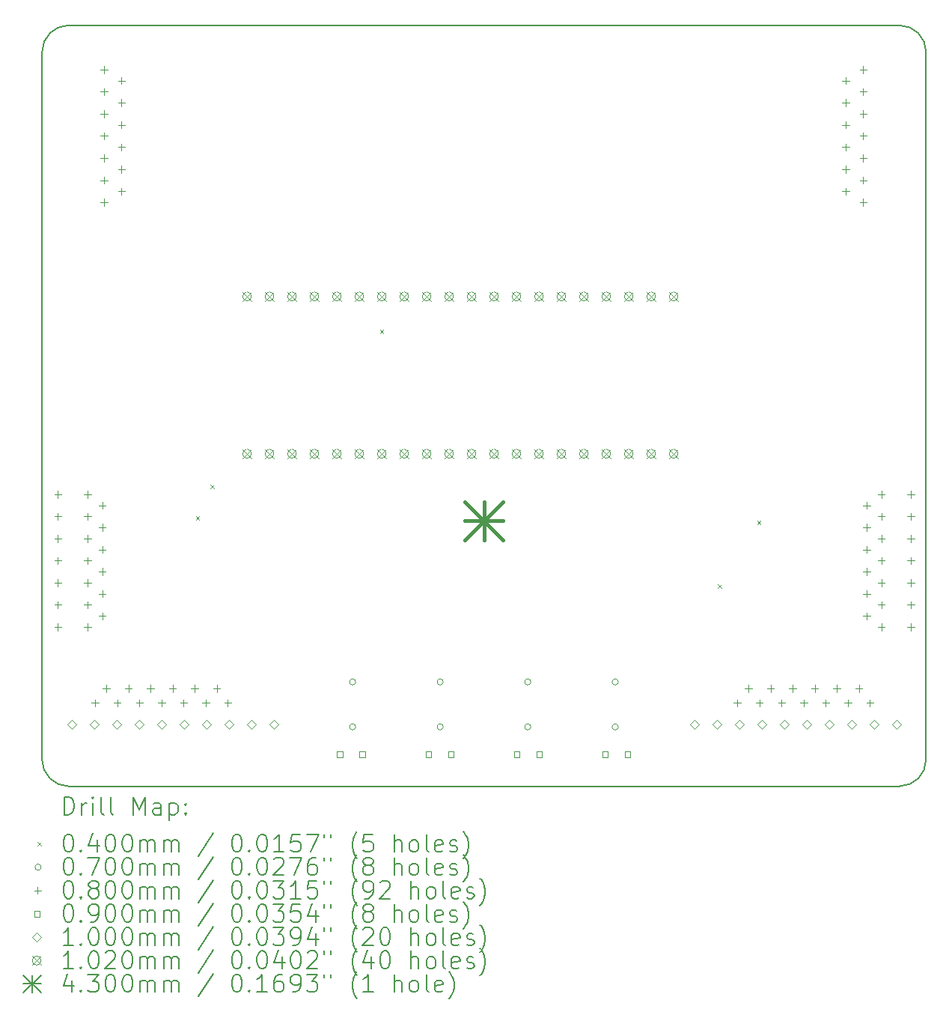
<source format=gbr>
%TF.GenerationSoftware,KiCad,Pcbnew,9.0.1-9.0.1-0~ubuntu22.04.1*%
%TF.CreationDate,2025-04-10T12:53:55-07:00*%
%TF.ProjectId,kicad_port,6b696361-645f-4706-9f72-742e6b696361,rev?*%
%TF.SameCoordinates,Original*%
%TF.FileFunction,Drillmap*%
%TF.FilePolarity,Positive*%
%FSLAX45Y45*%
G04 Gerber Fmt 4.5, Leading zero omitted, Abs format (unit mm)*
G04 Created by KiCad (PCBNEW 9.0.1-9.0.1-0~ubuntu22.04.1) date 2025-04-10 12:53:55*
%MOMM*%
%LPD*%
G01*
G04 APERTURE LIST*
%ADD10C,0.200000*%
%ADD11C,0.100000*%
%ADD12C,0.102000*%
%ADD13C,0.430000*%
G04 APERTURE END LIST*
D10*
X10300000Y-13600000D02*
G75*
G02*
X10000000Y-13300000I0J300000D01*
G01*
X19700000Y-5000000D02*
G75*
G02*
X20000000Y-5300000I0J-300000D01*
G01*
X20000000Y-13300000D02*
G75*
G02*
X19700000Y-13600000I-300000J0D01*
G01*
X10000000Y-5300000D02*
G75*
G02*
X10300000Y-5000000I300000J0D01*
G01*
X10300000Y-13600000D02*
X19700000Y-13600000D01*
X19700000Y-5000000D02*
X10300000Y-5000000D01*
X20000000Y-13300000D02*
X20000000Y-5300000D01*
X10000000Y-13300000D02*
X10000000Y-5300000D01*
D11*
X11740200Y-10546400D02*
X11780200Y-10586400D01*
X11780200Y-10546400D02*
X11740200Y-10586400D01*
X11905300Y-10190800D02*
X11945300Y-10230800D01*
X11945300Y-10190800D02*
X11905300Y-10230800D01*
X13823000Y-8438200D02*
X13863000Y-8478200D01*
X13863000Y-8438200D02*
X13823000Y-8478200D01*
X17645700Y-11321100D02*
X17685700Y-11361100D01*
X17685700Y-11321100D02*
X17645700Y-11361100D01*
X18090200Y-10597200D02*
X18130200Y-10637200D01*
X18130200Y-10597200D02*
X18090200Y-10637200D01*
X13547800Y-12420600D02*
G75*
G02*
X13477800Y-12420600I-35000J0D01*
G01*
X13477800Y-12420600D02*
G75*
G02*
X13547800Y-12420600I35000J0D01*
G01*
X13547800Y-12928600D02*
G75*
G02*
X13477800Y-12928600I-35000J0D01*
G01*
X13477800Y-12928600D02*
G75*
G02*
X13547800Y-12928600I35000J0D01*
G01*
X14538400Y-12420600D02*
G75*
G02*
X14468400Y-12420600I-35000J0D01*
G01*
X14468400Y-12420600D02*
G75*
G02*
X14538400Y-12420600I35000J0D01*
G01*
X14538400Y-12928600D02*
G75*
G02*
X14468400Y-12928600I-35000J0D01*
G01*
X14468400Y-12928600D02*
G75*
G02*
X14538400Y-12928600I35000J0D01*
G01*
X15529000Y-12420600D02*
G75*
G02*
X15459000Y-12420600I-35000J0D01*
G01*
X15459000Y-12420600D02*
G75*
G02*
X15529000Y-12420600I35000J0D01*
G01*
X15529000Y-12928600D02*
G75*
G02*
X15459000Y-12928600I-35000J0D01*
G01*
X15459000Y-12928600D02*
G75*
G02*
X15529000Y-12928600I35000J0D01*
G01*
X16519000Y-12420600D02*
G75*
G02*
X16449000Y-12420600I-35000J0D01*
G01*
X16449000Y-12420600D02*
G75*
G02*
X16519000Y-12420600I35000J0D01*
G01*
X16519000Y-12928600D02*
G75*
G02*
X16449000Y-12928600I-35000J0D01*
G01*
X16449000Y-12928600D02*
G75*
G02*
X16519000Y-12928600I35000J0D01*
G01*
X10180000Y-10260000D02*
X10180000Y-10340000D01*
X10140000Y-10300000D02*
X10220000Y-10300000D01*
X10180000Y-10510000D02*
X10180000Y-10590000D01*
X10140000Y-10550000D02*
X10220000Y-10550000D01*
X10180000Y-10760000D02*
X10180000Y-10840000D01*
X10140000Y-10800000D02*
X10220000Y-10800000D01*
X10180000Y-11010000D02*
X10180000Y-11090000D01*
X10140000Y-11050000D02*
X10220000Y-11050000D01*
X10180000Y-11260000D02*
X10180000Y-11340000D01*
X10140000Y-11300000D02*
X10220000Y-11300000D01*
X10180000Y-11510000D02*
X10180000Y-11590000D01*
X10140000Y-11550000D02*
X10220000Y-11550000D01*
X10180000Y-11760000D02*
X10180000Y-11840000D01*
X10140000Y-11800000D02*
X10220000Y-11800000D01*
X10515000Y-10260000D02*
X10515000Y-10340000D01*
X10475000Y-10300000D02*
X10555000Y-10300000D01*
X10515000Y-10510000D02*
X10515000Y-10590000D01*
X10475000Y-10550000D02*
X10555000Y-10550000D01*
X10515000Y-10760000D02*
X10515000Y-10840000D01*
X10475000Y-10800000D02*
X10555000Y-10800000D01*
X10515000Y-11010000D02*
X10515000Y-11090000D01*
X10475000Y-11050000D02*
X10555000Y-11050000D01*
X10515000Y-11260000D02*
X10515000Y-11340000D01*
X10475000Y-11300000D02*
X10555000Y-11300000D01*
X10515000Y-11510000D02*
X10515000Y-11590000D01*
X10475000Y-11550000D02*
X10555000Y-11550000D01*
X10515000Y-11760000D02*
X10515000Y-11840000D01*
X10475000Y-11800000D02*
X10555000Y-11800000D01*
X10601300Y-12619000D02*
X10601300Y-12699000D01*
X10561300Y-12659000D02*
X10641300Y-12659000D01*
X10680000Y-10385000D02*
X10680000Y-10465000D01*
X10640000Y-10425000D02*
X10720000Y-10425000D01*
X10680000Y-10635000D02*
X10680000Y-10715000D01*
X10640000Y-10675000D02*
X10720000Y-10675000D01*
X10680000Y-10885000D02*
X10680000Y-10965000D01*
X10640000Y-10925000D02*
X10720000Y-10925000D01*
X10680000Y-11135000D02*
X10680000Y-11215000D01*
X10640000Y-11175000D02*
X10720000Y-11175000D01*
X10680000Y-11385000D02*
X10680000Y-11465000D01*
X10640000Y-11425000D02*
X10720000Y-11425000D01*
X10680000Y-11635000D02*
X10680000Y-11715000D01*
X10640000Y-11675000D02*
X10720000Y-11675000D01*
X10700000Y-5460000D02*
X10700000Y-5540000D01*
X10660000Y-5500000D02*
X10740000Y-5500000D01*
X10700000Y-5710000D02*
X10700000Y-5790000D01*
X10660000Y-5750000D02*
X10740000Y-5750000D01*
X10700000Y-5960000D02*
X10700000Y-6040000D01*
X10660000Y-6000000D02*
X10740000Y-6000000D01*
X10700000Y-6210000D02*
X10700000Y-6290000D01*
X10660000Y-6250000D02*
X10740000Y-6250000D01*
X10700000Y-6460000D02*
X10700000Y-6540000D01*
X10660000Y-6500000D02*
X10740000Y-6500000D01*
X10700000Y-6710000D02*
X10700000Y-6790000D01*
X10660000Y-6750000D02*
X10740000Y-6750000D01*
X10700000Y-6960000D02*
X10700000Y-7040000D01*
X10660000Y-7000000D02*
X10740000Y-7000000D01*
X10726300Y-12454000D02*
X10726300Y-12534000D01*
X10686300Y-12494000D02*
X10766300Y-12494000D01*
X10851300Y-12619000D02*
X10851300Y-12699000D01*
X10811300Y-12659000D02*
X10891300Y-12659000D01*
X10900000Y-5585000D02*
X10900000Y-5665000D01*
X10860000Y-5625000D02*
X10940000Y-5625000D01*
X10900000Y-5835000D02*
X10900000Y-5915000D01*
X10860000Y-5875000D02*
X10940000Y-5875000D01*
X10900000Y-6085000D02*
X10900000Y-6165000D01*
X10860000Y-6125000D02*
X10940000Y-6125000D01*
X10900000Y-6335000D02*
X10900000Y-6415000D01*
X10860000Y-6375000D02*
X10940000Y-6375000D01*
X10900000Y-6585000D02*
X10900000Y-6665000D01*
X10860000Y-6625000D02*
X10940000Y-6625000D01*
X10900000Y-6835000D02*
X10900000Y-6915000D01*
X10860000Y-6875000D02*
X10940000Y-6875000D01*
X10976300Y-12454000D02*
X10976300Y-12534000D01*
X10936300Y-12494000D02*
X11016300Y-12494000D01*
X11101300Y-12619000D02*
X11101300Y-12699000D01*
X11061300Y-12659000D02*
X11141300Y-12659000D01*
X11226300Y-12454000D02*
X11226300Y-12534000D01*
X11186300Y-12494000D02*
X11266300Y-12494000D01*
X11351300Y-12619000D02*
X11351300Y-12699000D01*
X11311300Y-12659000D02*
X11391300Y-12659000D01*
X11476300Y-12454000D02*
X11476300Y-12534000D01*
X11436300Y-12494000D02*
X11516300Y-12494000D01*
X11601300Y-12619000D02*
X11601300Y-12699000D01*
X11561300Y-12659000D02*
X11641300Y-12659000D01*
X11726300Y-12454000D02*
X11726300Y-12534000D01*
X11686300Y-12494000D02*
X11766300Y-12494000D01*
X11851300Y-12619000D02*
X11851300Y-12699000D01*
X11811300Y-12659000D02*
X11891300Y-12659000D01*
X11976300Y-12454000D02*
X11976300Y-12534000D01*
X11936300Y-12494000D02*
X12016300Y-12494000D01*
X12101300Y-12619000D02*
X12101300Y-12699000D01*
X12061300Y-12659000D02*
X12141300Y-12659000D01*
X17865700Y-12619000D02*
X17865700Y-12699000D01*
X17825700Y-12659000D02*
X17905700Y-12659000D01*
X17990700Y-12454000D02*
X17990700Y-12534000D01*
X17950700Y-12494000D02*
X18030700Y-12494000D01*
X18115700Y-12619000D02*
X18115700Y-12699000D01*
X18075700Y-12659000D02*
X18155700Y-12659000D01*
X18240700Y-12454000D02*
X18240700Y-12534000D01*
X18200700Y-12494000D02*
X18280700Y-12494000D01*
X18365700Y-12619000D02*
X18365700Y-12699000D01*
X18325700Y-12659000D02*
X18405700Y-12659000D01*
X18490700Y-12454000D02*
X18490700Y-12534000D01*
X18450700Y-12494000D02*
X18530700Y-12494000D01*
X18615700Y-12619000D02*
X18615700Y-12699000D01*
X18575700Y-12659000D02*
X18655700Y-12659000D01*
X18740700Y-12454000D02*
X18740700Y-12534000D01*
X18700700Y-12494000D02*
X18780700Y-12494000D01*
X18865700Y-12619000D02*
X18865700Y-12699000D01*
X18825700Y-12659000D02*
X18905700Y-12659000D01*
X18990700Y-12454000D02*
X18990700Y-12534000D01*
X18950700Y-12494000D02*
X19030700Y-12494000D01*
X19090000Y-5585000D02*
X19090000Y-5665000D01*
X19050000Y-5625000D02*
X19130000Y-5625000D01*
X19090000Y-5835000D02*
X19090000Y-5915000D01*
X19050000Y-5875000D02*
X19130000Y-5875000D01*
X19090000Y-6085000D02*
X19090000Y-6165000D01*
X19050000Y-6125000D02*
X19130000Y-6125000D01*
X19090000Y-6335000D02*
X19090000Y-6415000D01*
X19050000Y-6375000D02*
X19130000Y-6375000D01*
X19090000Y-6585000D02*
X19090000Y-6665000D01*
X19050000Y-6625000D02*
X19130000Y-6625000D01*
X19090000Y-6835000D02*
X19090000Y-6915000D01*
X19050000Y-6875000D02*
X19130000Y-6875000D01*
X19115700Y-12619000D02*
X19115700Y-12699000D01*
X19075700Y-12659000D02*
X19155700Y-12659000D01*
X19240700Y-12454000D02*
X19240700Y-12534000D01*
X19200700Y-12494000D02*
X19280700Y-12494000D01*
X19290000Y-5460000D02*
X19290000Y-5540000D01*
X19250000Y-5500000D02*
X19330000Y-5500000D01*
X19290000Y-5710000D02*
X19290000Y-5790000D01*
X19250000Y-5750000D02*
X19330000Y-5750000D01*
X19290000Y-5960000D02*
X19290000Y-6040000D01*
X19250000Y-6000000D02*
X19330000Y-6000000D01*
X19290000Y-6210000D02*
X19290000Y-6290000D01*
X19250000Y-6250000D02*
X19330000Y-6250000D01*
X19290000Y-6460000D02*
X19290000Y-6540000D01*
X19250000Y-6500000D02*
X19330000Y-6500000D01*
X19290000Y-6710000D02*
X19290000Y-6790000D01*
X19250000Y-6750000D02*
X19330000Y-6750000D01*
X19290000Y-6960000D02*
X19290000Y-7040000D01*
X19250000Y-7000000D02*
X19330000Y-7000000D01*
X19330000Y-10385000D02*
X19330000Y-10465000D01*
X19290000Y-10425000D02*
X19370000Y-10425000D01*
X19330000Y-10635000D02*
X19330000Y-10715000D01*
X19290000Y-10675000D02*
X19370000Y-10675000D01*
X19330000Y-10885000D02*
X19330000Y-10965000D01*
X19290000Y-10925000D02*
X19370000Y-10925000D01*
X19330000Y-11135000D02*
X19330000Y-11215000D01*
X19290000Y-11175000D02*
X19370000Y-11175000D01*
X19330000Y-11385000D02*
X19330000Y-11465000D01*
X19290000Y-11425000D02*
X19370000Y-11425000D01*
X19330000Y-11635000D02*
X19330000Y-11715000D01*
X19290000Y-11675000D02*
X19370000Y-11675000D01*
X19365700Y-12619000D02*
X19365700Y-12699000D01*
X19325700Y-12659000D02*
X19405700Y-12659000D01*
X19495000Y-10260000D02*
X19495000Y-10340000D01*
X19455000Y-10300000D02*
X19535000Y-10300000D01*
X19495000Y-10510000D02*
X19495000Y-10590000D01*
X19455000Y-10550000D02*
X19535000Y-10550000D01*
X19495000Y-10760000D02*
X19495000Y-10840000D01*
X19455000Y-10800000D02*
X19535000Y-10800000D01*
X19495000Y-11010000D02*
X19495000Y-11090000D01*
X19455000Y-11050000D02*
X19535000Y-11050000D01*
X19495000Y-11260000D02*
X19495000Y-11340000D01*
X19455000Y-11300000D02*
X19535000Y-11300000D01*
X19495000Y-11510000D02*
X19495000Y-11590000D01*
X19455000Y-11550000D02*
X19535000Y-11550000D01*
X19495000Y-11760000D02*
X19495000Y-11840000D01*
X19455000Y-11800000D02*
X19535000Y-11800000D01*
X19830000Y-10260000D02*
X19830000Y-10340000D01*
X19790000Y-10300000D02*
X19870000Y-10300000D01*
X19830000Y-10510000D02*
X19830000Y-10590000D01*
X19790000Y-10550000D02*
X19870000Y-10550000D01*
X19830000Y-10760000D02*
X19830000Y-10840000D01*
X19790000Y-10800000D02*
X19870000Y-10800000D01*
X19830000Y-11010000D02*
X19830000Y-11090000D01*
X19790000Y-11050000D02*
X19870000Y-11050000D01*
X19830000Y-11260000D02*
X19830000Y-11340000D01*
X19790000Y-11300000D02*
X19870000Y-11300000D01*
X19830000Y-11510000D02*
X19830000Y-11590000D01*
X19790000Y-11550000D02*
X19870000Y-11550000D01*
X19830000Y-11760000D02*
X19830000Y-11840000D01*
X19790000Y-11800000D02*
X19870000Y-11800000D01*
X13401820Y-13271820D02*
X13401820Y-13208180D01*
X13338180Y-13208180D01*
X13338180Y-13271820D01*
X13401820Y-13271820D01*
X13655820Y-13271820D02*
X13655820Y-13208180D01*
X13592180Y-13208180D01*
X13592180Y-13271820D01*
X13655820Y-13271820D01*
X14401820Y-13271820D02*
X14401820Y-13208180D01*
X14338180Y-13208180D01*
X14338180Y-13271820D01*
X14401820Y-13271820D01*
X14655820Y-13271820D02*
X14655820Y-13208180D01*
X14592180Y-13208180D01*
X14592180Y-13271820D01*
X14655820Y-13271820D01*
X15401820Y-13271820D02*
X15401820Y-13208180D01*
X15338180Y-13208180D01*
X15338180Y-13271820D01*
X15401820Y-13271820D01*
X15655820Y-13271820D02*
X15655820Y-13208180D01*
X15592180Y-13208180D01*
X15592180Y-13271820D01*
X15655820Y-13271820D01*
X16401820Y-13271820D02*
X16401820Y-13208180D01*
X16338180Y-13208180D01*
X16338180Y-13271820D01*
X16401820Y-13271820D01*
X16655820Y-13271820D02*
X16655820Y-13208180D01*
X16592180Y-13208180D01*
X16592180Y-13271820D01*
X16655820Y-13271820D01*
X10334000Y-12950000D02*
X10384000Y-12900000D01*
X10334000Y-12850000D01*
X10284000Y-12900000D01*
X10334000Y-12950000D01*
X10588000Y-12950000D02*
X10638000Y-12900000D01*
X10588000Y-12850000D01*
X10538000Y-12900000D01*
X10588000Y-12950000D01*
X10842000Y-12950000D02*
X10892000Y-12900000D01*
X10842000Y-12850000D01*
X10792000Y-12900000D01*
X10842000Y-12950000D01*
X11096000Y-12950000D02*
X11146000Y-12900000D01*
X11096000Y-12850000D01*
X11046000Y-12900000D01*
X11096000Y-12950000D01*
X11350000Y-12950000D02*
X11400000Y-12900000D01*
X11350000Y-12850000D01*
X11300000Y-12900000D01*
X11350000Y-12950000D01*
X11604000Y-12950000D02*
X11654000Y-12900000D01*
X11604000Y-12850000D01*
X11554000Y-12900000D01*
X11604000Y-12950000D01*
X11858000Y-12950000D02*
X11908000Y-12900000D01*
X11858000Y-12850000D01*
X11808000Y-12900000D01*
X11858000Y-12950000D01*
X12112000Y-12950000D02*
X12162000Y-12900000D01*
X12112000Y-12850000D01*
X12062000Y-12900000D01*
X12112000Y-12950000D01*
X12366000Y-12950000D02*
X12416000Y-12900000D01*
X12366000Y-12850000D01*
X12316000Y-12900000D01*
X12366000Y-12950000D01*
X12620000Y-12950000D02*
X12670000Y-12900000D01*
X12620000Y-12850000D01*
X12570000Y-12900000D01*
X12620000Y-12950000D01*
X17380000Y-12950000D02*
X17430000Y-12900000D01*
X17380000Y-12850000D01*
X17330000Y-12900000D01*
X17380000Y-12950000D01*
X17634000Y-12950000D02*
X17684000Y-12900000D01*
X17634000Y-12850000D01*
X17584000Y-12900000D01*
X17634000Y-12950000D01*
X17888000Y-12950000D02*
X17938000Y-12900000D01*
X17888000Y-12850000D01*
X17838000Y-12900000D01*
X17888000Y-12950000D01*
X18142000Y-12950000D02*
X18192000Y-12900000D01*
X18142000Y-12850000D01*
X18092000Y-12900000D01*
X18142000Y-12950000D01*
X18396000Y-12950000D02*
X18446000Y-12900000D01*
X18396000Y-12850000D01*
X18346000Y-12900000D01*
X18396000Y-12950000D01*
X18650000Y-12950000D02*
X18700000Y-12900000D01*
X18650000Y-12850000D01*
X18600000Y-12900000D01*
X18650000Y-12950000D01*
X18904000Y-12950000D02*
X18954000Y-12900000D01*
X18904000Y-12850000D01*
X18854000Y-12900000D01*
X18904000Y-12950000D01*
X19158000Y-12950000D02*
X19208000Y-12900000D01*
X19158000Y-12850000D01*
X19108000Y-12900000D01*
X19158000Y-12950000D01*
X19412000Y-12950000D02*
X19462000Y-12900000D01*
X19412000Y-12850000D01*
X19362000Y-12900000D01*
X19412000Y-12950000D01*
X19666000Y-12950000D02*
X19716000Y-12900000D01*
X19666000Y-12850000D01*
X19616000Y-12900000D01*
X19666000Y-12950000D01*
D12*
X12268000Y-8013500D02*
X12370000Y-8115500D01*
X12370000Y-8013500D02*
X12268000Y-8115500D01*
X12370000Y-8064500D02*
G75*
G02*
X12268000Y-8064500I-51000J0D01*
G01*
X12268000Y-8064500D02*
G75*
G02*
X12370000Y-8064500I51000J0D01*
G01*
X12268000Y-9791500D02*
X12370000Y-9893500D01*
X12370000Y-9791500D02*
X12268000Y-9893500D01*
X12370000Y-9842500D02*
G75*
G02*
X12268000Y-9842500I-51000J0D01*
G01*
X12268000Y-9842500D02*
G75*
G02*
X12370000Y-9842500I51000J0D01*
G01*
X12522000Y-8013500D02*
X12624000Y-8115500D01*
X12624000Y-8013500D02*
X12522000Y-8115500D01*
X12624000Y-8064500D02*
G75*
G02*
X12522000Y-8064500I-51000J0D01*
G01*
X12522000Y-8064500D02*
G75*
G02*
X12624000Y-8064500I51000J0D01*
G01*
X12522000Y-9791500D02*
X12624000Y-9893500D01*
X12624000Y-9791500D02*
X12522000Y-9893500D01*
X12624000Y-9842500D02*
G75*
G02*
X12522000Y-9842500I-51000J0D01*
G01*
X12522000Y-9842500D02*
G75*
G02*
X12624000Y-9842500I51000J0D01*
G01*
X12776000Y-8013500D02*
X12878000Y-8115500D01*
X12878000Y-8013500D02*
X12776000Y-8115500D01*
X12878000Y-8064500D02*
G75*
G02*
X12776000Y-8064500I-51000J0D01*
G01*
X12776000Y-8064500D02*
G75*
G02*
X12878000Y-8064500I51000J0D01*
G01*
X12776000Y-9791500D02*
X12878000Y-9893500D01*
X12878000Y-9791500D02*
X12776000Y-9893500D01*
X12878000Y-9842500D02*
G75*
G02*
X12776000Y-9842500I-51000J0D01*
G01*
X12776000Y-9842500D02*
G75*
G02*
X12878000Y-9842500I51000J0D01*
G01*
X13030000Y-8013500D02*
X13132000Y-8115500D01*
X13132000Y-8013500D02*
X13030000Y-8115500D01*
X13132000Y-8064500D02*
G75*
G02*
X13030000Y-8064500I-51000J0D01*
G01*
X13030000Y-8064500D02*
G75*
G02*
X13132000Y-8064500I51000J0D01*
G01*
X13030000Y-9791500D02*
X13132000Y-9893500D01*
X13132000Y-9791500D02*
X13030000Y-9893500D01*
X13132000Y-9842500D02*
G75*
G02*
X13030000Y-9842500I-51000J0D01*
G01*
X13030000Y-9842500D02*
G75*
G02*
X13132000Y-9842500I51000J0D01*
G01*
X13284000Y-8013500D02*
X13386000Y-8115500D01*
X13386000Y-8013500D02*
X13284000Y-8115500D01*
X13386000Y-8064500D02*
G75*
G02*
X13284000Y-8064500I-51000J0D01*
G01*
X13284000Y-8064500D02*
G75*
G02*
X13386000Y-8064500I51000J0D01*
G01*
X13284000Y-9791500D02*
X13386000Y-9893500D01*
X13386000Y-9791500D02*
X13284000Y-9893500D01*
X13386000Y-9842500D02*
G75*
G02*
X13284000Y-9842500I-51000J0D01*
G01*
X13284000Y-9842500D02*
G75*
G02*
X13386000Y-9842500I51000J0D01*
G01*
X13538000Y-8013500D02*
X13640000Y-8115500D01*
X13640000Y-8013500D02*
X13538000Y-8115500D01*
X13640000Y-8064500D02*
G75*
G02*
X13538000Y-8064500I-51000J0D01*
G01*
X13538000Y-8064500D02*
G75*
G02*
X13640000Y-8064500I51000J0D01*
G01*
X13538000Y-9791500D02*
X13640000Y-9893500D01*
X13640000Y-9791500D02*
X13538000Y-9893500D01*
X13640000Y-9842500D02*
G75*
G02*
X13538000Y-9842500I-51000J0D01*
G01*
X13538000Y-9842500D02*
G75*
G02*
X13640000Y-9842500I51000J0D01*
G01*
X13792000Y-8013500D02*
X13894000Y-8115500D01*
X13894000Y-8013500D02*
X13792000Y-8115500D01*
X13894000Y-8064500D02*
G75*
G02*
X13792000Y-8064500I-51000J0D01*
G01*
X13792000Y-8064500D02*
G75*
G02*
X13894000Y-8064500I51000J0D01*
G01*
X13792000Y-9791500D02*
X13894000Y-9893500D01*
X13894000Y-9791500D02*
X13792000Y-9893500D01*
X13894000Y-9842500D02*
G75*
G02*
X13792000Y-9842500I-51000J0D01*
G01*
X13792000Y-9842500D02*
G75*
G02*
X13894000Y-9842500I51000J0D01*
G01*
X14046000Y-8013500D02*
X14148000Y-8115500D01*
X14148000Y-8013500D02*
X14046000Y-8115500D01*
X14148000Y-8064500D02*
G75*
G02*
X14046000Y-8064500I-51000J0D01*
G01*
X14046000Y-8064500D02*
G75*
G02*
X14148000Y-8064500I51000J0D01*
G01*
X14046000Y-9791500D02*
X14148000Y-9893500D01*
X14148000Y-9791500D02*
X14046000Y-9893500D01*
X14148000Y-9842500D02*
G75*
G02*
X14046000Y-9842500I-51000J0D01*
G01*
X14046000Y-9842500D02*
G75*
G02*
X14148000Y-9842500I51000J0D01*
G01*
X14300000Y-8013500D02*
X14402000Y-8115500D01*
X14402000Y-8013500D02*
X14300000Y-8115500D01*
X14402000Y-8064500D02*
G75*
G02*
X14300000Y-8064500I-51000J0D01*
G01*
X14300000Y-8064500D02*
G75*
G02*
X14402000Y-8064500I51000J0D01*
G01*
X14300000Y-9791500D02*
X14402000Y-9893500D01*
X14402000Y-9791500D02*
X14300000Y-9893500D01*
X14402000Y-9842500D02*
G75*
G02*
X14300000Y-9842500I-51000J0D01*
G01*
X14300000Y-9842500D02*
G75*
G02*
X14402000Y-9842500I51000J0D01*
G01*
X14554000Y-8013500D02*
X14656000Y-8115500D01*
X14656000Y-8013500D02*
X14554000Y-8115500D01*
X14656000Y-8064500D02*
G75*
G02*
X14554000Y-8064500I-51000J0D01*
G01*
X14554000Y-8064500D02*
G75*
G02*
X14656000Y-8064500I51000J0D01*
G01*
X14554000Y-9791500D02*
X14656000Y-9893500D01*
X14656000Y-9791500D02*
X14554000Y-9893500D01*
X14656000Y-9842500D02*
G75*
G02*
X14554000Y-9842500I-51000J0D01*
G01*
X14554000Y-9842500D02*
G75*
G02*
X14656000Y-9842500I51000J0D01*
G01*
X14808000Y-8013500D02*
X14910000Y-8115500D01*
X14910000Y-8013500D02*
X14808000Y-8115500D01*
X14910000Y-8064500D02*
G75*
G02*
X14808000Y-8064500I-51000J0D01*
G01*
X14808000Y-8064500D02*
G75*
G02*
X14910000Y-8064500I51000J0D01*
G01*
X14808000Y-9791500D02*
X14910000Y-9893500D01*
X14910000Y-9791500D02*
X14808000Y-9893500D01*
X14910000Y-9842500D02*
G75*
G02*
X14808000Y-9842500I-51000J0D01*
G01*
X14808000Y-9842500D02*
G75*
G02*
X14910000Y-9842500I51000J0D01*
G01*
X15062000Y-8013500D02*
X15164000Y-8115500D01*
X15164000Y-8013500D02*
X15062000Y-8115500D01*
X15164000Y-8064500D02*
G75*
G02*
X15062000Y-8064500I-51000J0D01*
G01*
X15062000Y-8064500D02*
G75*
G02*
X15164000Y-8064500I51000J0D01*
G01*
X15062000Y-9791500D02*
X15164000Y-9893500D01*
X15164000Y-9791500D02*
X15062000Y-9893500D01*
X15164000Y-9842500D02*
G75*
G02*
X15062000Y-9842500I-51000J0D01*
G01*
X15062000Y-9842500D02*
G75*
G02*
X15164000Y-9842500I51000J0D01*
G01*
X15316000Y-8013500D02*
X15418000Y-8115500D01*
X15418000Y-8013500D02*
X15316000Y-8115500D01*
X15418000Y-8064500D02*
G75*
G02*
X15316000Y-8064500I-51000J0D01*
G01*
X15316000Y-8064500D02*
G75*
G02*
X15418000Y-8064500I51000J0D01*
G01*
X15316000Y-9791500D02*
X15418000Y-9893500D01*
X15418000Y-9791500D02*
X15316000Y-9893500D01*
X15418000Y-9842500D02*
G75*
G02*
X15316000Y-9842500I-51000J0D01*
G01*
X15316000Y-9842500D02*
G75*
G02*
X15418000Y-9842500I51000J0D01*
G01*
X15570000Y-8013500D02*
X15672000Y-8115500D01*
X15672000Y-8013500D02*
X15570000Y-8115500D01*
X15672000Y-8064500D02*
G75*
G02*
X15570000Y-8064500I-51000J0D01*
G01*
X15570000Y-8064500D02*
G75*
G02*
X15672000Y-8064500I51000J0D01*
G01*
X15570000Y-9791500D02*
X15672000Y-9893500D01*
X15672000Y-9791500D02*
X15570000Y-9893500D01*
X15672000Y-9842500D02*
G75*
G02*
X15570000Y-9842500I-51000J0D01*
G01*
X15570000Y-9842500D02*
G75*
G02*
X15672000Y-9842500I51000J0D01*
G01*
X15824000Y-8013500D02*
X15926000Y-8115500D01*
X15926000Y-8013500D02*
X15824000Y-8115500D01*
X15926000Y-8064500D02*
G75*
G02*
X15824000Y-8064500I-51000J0D01*
G01*
X15824000Y-8064500D02*
G75*
G02*
X15926000Y-8064500I51000J0D01*
G01*
X15824000Y-9791500D02*
X15926000Y-9893500D01*
X15926000Y-9791500D02*
X15824000Y-9893500D01*
X15926000Y-9842500D02*
G75*
G02*
X15824000Y-9842500I-51000J0D01*
G01*
X15824000Y-9842500D02*
G75*
G02*
X15926000Y-9842500I51000J0D01*
G01*
X16078000Y-8013500D02*
X16180000Y-8115500D01*
X16180000Y-8013500D02*
X16078000Y-8115500D01*
X16180000Y-8064500D02*
G75*
G02*
X16078000Y-8064500I-51000J0D01*
G01*
X16078000Y-8064500D02*
G75*
G02*
X16180000Y-8064500I51000J0D01*
G01*
X16078000Y-9791500D02*
X16180000Y-9893500D01*
X16180000Y-9791500D02*
X16078000Y-9893500D01*
X16180000Y-9842500D02*
G75*
G02*
X16078000Y-9842500I-51000J0D01*
G01*
X16078000Y-9842500D02*
G75*
G02*
X16180000Y-9842500I51000J0D01*
G01*
X16332000Y-8013500D02*
X16434000Y-8115500D01*
X16434000Y-8013500D02*
X16332000Y-8115500D01*
X16434000Y-8064500D02*
G75*
G02*
X16332000Y-8064500I-51000J0D01*
G01*
X16332000Y-8064500D02*
G75*
G02*
X16434000Y-8064500I51000J0D01*
G01*
X16332000Y-9791500D02*
X16434000Y-9893500D01*
X16434000Y-9791500D02*
X16332000Y-9893500D01*
X16434000Y-9842500D02*
G75*
G02*
X16332000Y-9842500I-51000J0D01*
G01*
X16332000Y-9842500D02*
G75*
G02*
X16434000Y-9842500I51000J0D01*
G01*
X16586000Y-8013500D02*
X16688000Y-8115500D01*
X16688000Y-8013500D02*
X16586000Y-8115500D01*
X16688000Y-8064500D02*
G75*
G02*
X16586000Y-8064500I-51000J0D01*
G01*
X16586000Y-8064500D02*
G75*
G02*
X16688000Y-8064500I51000J0D01*
G01*
X16586000Y-9791500D02*
X16688000Y-9893500D01*
X16688000Y-9791500D02*
X16586000Y-9893500D01*
X16688000Y-9842500D02*
G75*
G02*
X16586000Y-9842500I-51000J0D01*
G01*
X16586000Y-9842500D02*
G75*
G02*
X16688000Y-9842500I51000J0D01*
G01*
X16840000Y-8013500D02*
X16942000Y-8115500D01*
X16942000Y-8013500D02*
X16840000Y-8115500D01*
X16942000Y-8064500D02*
G75*
G02*
X16840000Y-8064500I-51000J0D01*
G01*
X16840000Y-8064500D02*
G75*
G02*
X16942000Y-8064500I51000J0D01*
G01*
X16840000Y-9791500D02*
X16942000Y-9893500D01*
X16942000Y-9791500D02*
X16840000Y-9893500D01*
X16942000Y-9842500D02*
G75*
G02*
X16840000Y-9842500I-51000J0D01*
G01*
X16840000Y-9842500D02*
G75*
G02*
X16942000Y-9842500I51000J0D01*
G01*
X17094000Y-8013500D02*
X17196000Y-8115500D01*
X17196000Y-8013500D02*
X17094000Y-8115500D01*
X17196000Y-8064500D02*
G75*
G02*
X17094000Y-8064500I-51000J0D01*
G01*
X17094000Y-8064500D02*
G75*
G02*
X17196000Y-8064500I51000J0D01*
G01*
X17094000Y-9791500D02*
X17196000Y-9893500D01*
X17196000Y-9791500D02*
X17094000Y-9893500D01*
X17196000Y-9842500D02*
G75*
G02*
X17094000Y-9842500I-51000J0D01*
G01*
X17094000Y-9842500D02*
G75*
G02*
X17196000Y-9842500I51000J0D01*
G01*
D13*
X14785000Y-10385000D02*
X15215000Y-10815000D01*
X15215000Y-10385000D02*
X14785000Y-10815000D01*
X15000000Y-10385000D02*
X15000000Y-10815000D01*
X14785000Y-10600000D02*
X15215000Y-10600000D01*
D10*
X10250777Y-13921484D02*
X10250777Y-13721484D01*
X10250777Y-13721484D02*
X10298396Y-13721484D01*
X10298396Y-13721484D02*
X10326967Y-13731008D01*
X10326967Y-13731008D02*
X10346015Y-13750055D01*
X10346015Y-13750055D02*
X10355539Y-13769103D01*
X10355539Y-13769103D02*
X10365063Y-13807198D01*
X10365063Y-13807198D02*
X10365063Y-13835769D01*
X10365063Y-13835769D02*
X10355539Y-13873865D01*
X10355539Y-13873865D02*
X10346015Y-13892912D01*
X10346015Y-13892912D02*
X10326967Y-13911960D01*
X10326967Y-13911960D02*
X10298396Y-13921484D01*
X10298396Y-13921484D02*
X10250777Y-13921484D01*
X10450777Y-13921484D02*
X10450777Y-13788150D01*
X10450777Y-13826246D02*
X10460301Y-13807198D01*
X10460301Y-13807198D02*
X10469824Y-13797674D01*
X10469824Y-13797674D02*
X10488872Y-13788150D01*
X10488872Y-13788150D02*
X10507920Y-13788150D01*
X10574586Y-13921484D02*
X10574586Y-13788150D01*
X10574586Y-13721484D02*
X10565063Y-13731008D01*
X10565063Y-13731008D02*
X10574586Y-13740531D01*
X10574586Y-13740531D02*
X10584110Y-13731008D01*
X10584110Y-13731008D02*
X10574586Y-13721484D01*
X10574586Y-13721484D02*
X10574586Y-13740531D01*
X10698396Y-13921484D02*
X10679348Y-13911960D01*
X10679348Y-13911960D02*
X10669824Y-13892912D01*
X10669824Y-13892912D02*
X10669824Y-13721484D01*
X10803158Y-13921484D02*
X10784110Y-13911960D01*
X10784110Y-13911960D02*
X10774586Y-13892912D01*
X10774586Y-13892912D02*
X10774586Y-13721484D01*
X11031729Y-13921484D02*
X11031729Y-13721484D01*
X11031729Y-13721484D02*
X11098396Y-13864341D01*
X11098396Y-13864341D02*
X11165063Y-13721484D01*
X11165063Y-13721484D02*
X11165063Y-13921484D01*
X11346015Y-13921484D02*
X11346015Y-13816722D01*
X11346015Y-13816722D02*
X11336491Y-13797674D01*
X11336491Y-13797674D02*
X11317443Y-13788150D01*
X11317443Y-13788150D02*
X11279348Y-13788150D01*
X11279348Y-13788150D02*
X11260301Y-13797674D01*
X11346015Y-13911960D02*
X11326967Y-13921484D01*
X11326967Y-13921484D02*
X11279348Y-13921484D01*
X11279348Y-13921484D02*
X11260301Y-13911960D01*
X11260301Y-13911960D02*
X11250777Y-13892912D01*
X11250777Y-13892912D02*
X11250777Y-13873865D01*
X11250777Y-13873865D02*
X11260301Y-13854817D01*
X11260301Y-13854817D02*
X11279348Y-13845293D01*
X11279348Y-13845293D02*
X11326967Y-13845293D01*
X11326967Y-13845293D02*
X11346015Y-13835769D01*
X11441253Y-13788150D02*
X11441253Y-13988150D01*
X11441253Y-13797674D02*
X11460301Y-13788150D01*
X11460301Y-13788150D02*
X11498396Y-13788150D01*
X11498396Y-13788150D02*
X11517443Y-13797674D01*
X11517443Y-13797674D02*
X11526967Y-13807198D01*
X11526967Y-13807198D02*
X11536491Y-13826246D01*
X11536491Y-13826246D02*
X11536491Y-13883388D01*
X11536491Y-13883388D02*
X11526967Y-13902436D01*
X11526967Y-13902436D02*
X11517443Y-13911960D01*
X11517443Y-13911960D02*
X11498396Y-13921484D01*
X11498396Y-13921484D02*
X11460301Y-13921484D01*
X11460301Y-13921484D02*
X11441253Y-13911960D01*
X11622205Y-13902436D02*
X11631729Y-13911960D01*
X11631729Y-13911960D02*
X11622205Y-13921484D01*
X11622205Y-13921484D02*
X11612682Y-13911960D01*
X11612682Y-13911960D02*
X11622205Y-13902436D01*
X11622205Y-13902436D02*
X11622205Y-13921484D01*
X11622205Y-13797674D02*
X11631729Y-13807198D01*
X11631729Y-13807198D02*
X11622205Y-13816722D01*
X11622205Y-13816722D02*
X11612682Y-13807198D01*
X11612682Y-13807198D02*
X11622205Y-13797674D01*
X11622205Y-13797674D02*
X11622205Y-13816722D01*
D11*
X9950000Y-14230000D02*
X9990000Y-14270000D01*
X9990000Y-14230000D02*
X9950000Y-14270000D01*
D10*
X10288872Y-14141484D02*
X10307920Y-14141484D01*
X10307920Y-14141484D02*
X10326967Y-14151008D01*
X10326967Y-14151008D02*
X10336491Y-14160531D01*
X10336491Y-14160531D02*
X10346015Y-14179579D01*
X10346015Y-14179579D02*
X10355539Y-14217674D01*
X10355539Y-14217674D02*
X10355539Y-14265293D01*
X10355539Y-14265293D02*
X10346015Y-14303388D01*
X10346015Y-14303388D02*
X10336491Y-14322436D01*
X10336491Y-14322436D02*
X10326967Y-14331960D01*
X10326967Y-14331960D02*
X10307920Y-14341484D01*
X10307920Y-14341484D02*
X10288872Y-14341484D01*
X10288872Y-14341484D02*
X10269824Y-14331960D01*
X10269824Y-14331960D02*
X10260301Y-14322436D01*
X10260301Y-14322436D02*
X10250777Y-14303388D01*
X10250777Y-14303388D02*
X10241253Y-14265293D01*
X10241253Y-14265293D02*
X10241253Y-14217674D01*
X10241253Y-14217674D02*
X10250777Y-14179579D01*
X10250777Y-14179579D02*
X10260301Y-14160531D01*
X10260301Y-14160531D02*
X10269824Y-14151008D01*
X10269824Y-14151008D02*
X10288872Y-14141484D01*
X10441253Y-14322436D02*
X10450777Y-14331960D01*
X10450777Y-14331960D02*
X10441253Y-14341484D01*
X10441253Y-14341484D02*
X10431729Y-14331960D01*
X10431729Y-14331960D02*
X10441253Y-14322436D01*
X10441253Y-14322436D02*
X10441253Y-14341484D01*
X10622205Y-14208150D02*
X10622205Y-14341484D01*
X10574586Y-14131960D02*
X10526967Y-14274817D01*
X10526967Y-14274817D02*
X10650777Y-14274817D01*
X10765063Y-14141484D02*
X10784110Y-14141484D01*
X10784110Y-14141484D02*
X10803158Y-14151008D01*
X10803158Y-14151008D02*
X10812682Y-14160531D01*
X10812682Y-14160531D02*
X10822205Y-14179579D01*
X10822205Y-14179579D02*
X10831729Y-14217674D01*
X10831729Y-14217674D02*
X10831729Y-14265293D01*
X10831729Y-14265293D02*
X10822205Y-14303388D01*
X10822205Y-14303388D02*
X10812682Y-14322436D01*
X10812682Y-14322436D02*
X10803158Y-14331960D01*
X10803158Y-14331960D02*
X10784110Y-14341484D01*
X10784110Y-14341484D02*
X10765063Y-14341484D01*
X10765063Y-14341484D02*
X10746015Y-14331960D01*
X10746015Y-14331960D02*
X10736491Y-14322436D01*
X10736491Y-14322436D02*
X10726967Y-14303388D01*
X10726967Y-14303388D02*
X10717444Y-14265293D01*
X10717444Y-14265293D02*
X10717444Y-14217674D01*
X10717444Y-14217674D02*
X10726967Y-14179579D01*
X10726967Y-14179579D02*
X10736491Y-14160531D01*
X10736491Y-14160531D02*
X10746015Y-14151008D01*
X10746015Y-14151008D02*
X10765063Y-14141484D01*
X10955539Y-14141484D02*
X10974586Y-14141484D01*
X10974586Y-14141484D02*
X10993634Y-14151008D01*
X10993634Y-14151008D02*
X11003158Y-14160531D01*
X11003158Y-14160531D02*
X11012682Y-14179579D01*
X11012682Y-14179579D02*
X11022205Y-14217674D01*
X11022205Y-14217674D02*
X11022205Y-14265293D01*
X11022205Y-14265293D02*
X11012682Y-14303388D01*
X11012682Y-14303388D02*
X11003158Y-14322436D01*
X11003158Y-14322436D02*
X10993634Y-14331960D01*
X10993634Y-14331960D02*
X10974586Y-14341484D01*
X10974586Y-14341484D02*
X10955539Y-14341484D01*
X10955539Y-14341484D02*
X10936491Y-14331960D01*
X10936491Y-14331960D02*
X10926967Y-14322436D01*
X10926967Y-14322436D02*
X10917444Y-14303388D01*
X10917444Y-14303388D02*
X10907920Y-14265293D01*
X10907920Y-14265293D02*
X10907920Y-14217674D01*
X10907920Y-14217674D02*
X10917444Y-14179579D01*
X10917444Y-14179579D02*
X10926967Y-14160531D01*
X10926967Y-14160531D02*
X10936491Y-14151008D01*
X10936491Y-14151008D02*
X10955539Y-14141484D01*
X11107920Y-14341484D02*
X11107920Y-14208150D01*
X11107920Y-14227198D02*
X11117444Y-14217674D01*
X11117444Y-14217674D02*
X11136491Y-14208150D01*
X11136491Y-14208150D02*
X11165063Y-14208150D01*
X11165063Y-14208150D02*
X11184110Y-14217674D01*
X11184110Y-14217674D02*
X11193634Y-14236722D01*
X11193634Y-14236722D02*
X11193634Y-14341484D01*
X11193634Y-14236722D02*
X11203158Y-14217674D01*
X11203158Y-14217674D02*
X11222205Y-14208150D01*
X11222205Y-14208150D02*
X11250777Y-14208150D01*
X11250777Y-14208150D02*
X11269824Y-14217674D01*
X11269824Y-14217674D02*
X11279348Y-14236722D01*
X11279348Y-14236722D02*
X11279348Y-14341484D01*
X11374586Y-14341484D02*
X11374586Y-14208150D01*
X11374586Y-14227198D02*
X11384110Y-14217674D01*
X11384110Y-14217674D02*
X11403158Y-14208150D01*
X11403158Y-14208150D02*
X11431729Y-14208150D01*
X11431729Y-14208150D02*
X11450777Y-14217674D01*
X11450777Y-14217674D02*
X11460301Y-14236722D01*
X11460301Y-14236722D02*
X11460301Y-14341484D01*
X11460301Y-14236722D02*
X11469824Y-14217674D01*
X11469824Y-14217674D02*
X11488872Y-14208150D01*
X11488872Y-14208150D02*
X11517443Y-14208150D01*
X11517443Y-14208150D02*
X11536491Y-14217674D01*
X11536491Y-14217674D02*
X11546015Y-14236722D01*
X11546015Y-14236722D02*
X11546015Y-14341484D01*
X11936491Y-14131960D02*
X11765063Y-14389103D01*
X12193634Y-14141484D02*
X12212682Y-14141484D01*
X12212682Y-14141484D02*
X12231729Y-14151008D01*
X12231729Y-14151008D02*
X12241253Y-14160531D01*
X12241253Y-14160531D02*
X12250777Y-14179579D01*
X12250777Y-14179579D02*
X12260301Y-14217674D01*
X12260301Y-14217674D02*
X12260301Y-14265293D01*
X12260301Y-14265293D02*
X12250777Y-14303388D01*
X12250777Y-14303388D02*
X12241253Y-14322436D01*
X12241253Y-14322436D02*
X12231729Y-14331960D01*
X12231729Y-14331960D02*
X12212682Y-14341484D01*
X12212682Y-14341484D02*
X12193634Y-14341484D01*
X12193634Y-14341484D02*
X12174586Y-14331960D01*
X12174586Y-14331960D02*
X12165063Y-14322436D01*
X12165063Y-14322436D02*
X12155539Y-14303388D01*
X12155539Y-14303388D02*
X12146015Y-14265293D01*
X12146015Y-14265293D02*
X12146015Y-14217674D01*
X12146015Y-14217674D02*
X12155539Y-14179579D01*
X12155539Y-14179579D02*
X12165063Y-14160531D01*
X12165063Y-14160531D02*
X12174586Y-14151008D01*
X12174586Y-14151008D02*
X12193634Y-14141484D01*
X12346015Y-14322436D02*
X12355539Y-14331960D01*
X12355539Y-14331960D02*
X12346015Y-14341484D01*
X12346015Y-14341484D02*
X12336491Y-14331960D01*
X12336491Y-14331960D02*
X12346015Y-14322436D01*
X12346015Y-14322436D02*
X12346015Y-14341484D01*
X12479348Y-14141484D02*
X12498396Y-14141484D01*
X12498396Y-14141484D02*
X12517444Y-14151008D01*
X12517444Y-14151008D02*
X12526967Y-14160531D01*
X12526967Y-14160531D02*
X12536491Y-14179579D01*
X12536491Y-14179579D02*
X12546015Y-14217674D01*
X12546015Y-14217674D02*
X12546015Y-14265293D01*
X12546015Y-14265293D02*
X12536491Y-14303388D01*
X12536491Y-14303388D02*
X12526967Y-14322436D01*
X12526967Y-14322436D02*
X12517444Y-14331960D01*
X12517444Y-14331960D02*
X12498396Y-14341484D01*
X12498396Y-14341484D02*
X12479348Y-14341484D01*
X12479348Y-14341484D02*
X12460301Y-14331960D01*
X12460301Y-14331960D02*
X12450777Y-14322436D01*
X12450777Y-14322436D02*
X12441253Y-14303388D01*
X12441253Y-14303388D02*
X12431729Y-14265293D01*
X12431729Y-14265293D02*
X12431729Y-14217674D01*
X12431729Y-14217674D02*
X12441253Y-14179579D01*
X12441253Y-14179579D02*
X12450777Y-14160531D01*
X12450777Y-14160531D02*
X12460301Y-14151008D01*
X12460301Y-14151008D02*
X12479348Y-14141484D01*
X12736491Y-14341484D02*
X12622206Y-14341484D01*
X12679348Y-14341484D02*
X12679348Y-14141484D01*
X12679348Y-14141484D02*
X12660301Y-14170055D01*
X12660301Y-14170055D02*
X12641253Y-14189103D01*
X12641253Y-14189103D02*
X12622206Y-14198627D01*
X12917444Y-14141484D02*
X12822206Y-14141484D01*
X12822206Y-14141484D02*
X12812682Y-14236722D01*
X12812682Y-14236722D02*
X12822206Y-14227198D01*
X12822206Y-14227198D02*
X12841253Y-14217674D01*
X12841253Y-14217674D02*
X12888872Y-14217674D01*
X12888872Y-14217674D02*
X12907920Y-14227198D01*
X12907920Y-14227198D02*
X12917444Y-14236722D01*
X12917444Y-14236722D02*
X12926967Y-14255769D01*
X12926967Y-14255769D02*
X12926967Y-14303388D01*
X12926967Y-14303388D02*
X12917444Y-14322436D01*
X12917444Y-14322436D02*
X12907920Y-14331960D01*
X12907920Y-14331960D02*
X12888872Y-14341484D01*
X12888872Y-14341484D02*
X12841253Y-14341484D01*
X12841253Y-14341484D02*
X12822206Y-14331960D01*
X12822206Y-14331960D02*
X12812682Y-14322436D01*
X12993634Y-14141484D02*
X13126967Y-14141484D01*
X13126967Y-14141484D02*
X13041253Y-14341484D01*
X13193634Y-14141484D02*
X13193634Y-14179579D01*
X13269825Y-14141484D02*
X13269825Y-14179579D01*
X13565063Y-14417674D02*
X13555539Y-14408150D01*
X13555539Y-14408150D02*
X13536491Y-14379579D01*
X13536491Y-14379579D02*
X13526968Y-14360531D01*
X13526968Y-14360531D02*
X13517444Y-14331960D01*
X13517444Y-14331960D02*
X13507920Y-14284341D01*
X13507920Y-14284341D02*
X13507920Y-14246246D01*
X13507920Y-14246246D02*
X13517444Y-14198627D01*
X13517444Y-14198627D02*
X13526968Y-14170055D01*
X13526968Y-14170055D02*
X13536491Y-14151008D01*
X13536491Y-14151008D02*
X13555539Y-14122436D01*
X13555539Y-14122436D02*
X13565063Y-14112912D01*
X13736491Y-14141484D02*
X13641253Y-14141484D01*
X13641253Y-14141484D02*
X13631729Y-14236722D01*
X13631729Y-14236722D02*
X13641253Y-14227198D01*
X13641253Y-14227198D02*
X13660301Y-14217674D01*
X13660301Y-14217674D02*
X13707920Y-14217674D01*
X13707920Y-14217674D02*
X13726968Y-14227198D01*
X13726968Y-14227198D02*
X13736491Y-14236722D01*
X13736491Y-14236722D02*
X13746015Y-14255769D01*
X13746015Y-14255769D02*
X13746015Y-14303388D01*
X13746015Y-14303388D02*
X13736491Y-14322436D01*
X13736491Y-14322436D02*
X13726968Y-14331960D01*
X13726968Y-14331960D02*
X13707920Y-14341484D01*
X13707920Y-14341484D02*
X13660301Y-14341484D01*
X13660301Y-14341484D02*
X13641253Y-14331960D01*
X13641253Y-14331960D02*
X13631729Y-14322436D01*
X13984110Y-14341484D02*
X13984110Y-14141484D01*
X14069825Y-14341484D02*
X14069825Y-14236722D01*
X14069825Y-14236722D02*
X14060301Y-14217674D01*
X14060301Y-14217674D02*
X14041253Y-14208150D01*
X14041253Y-14208150D02*
X14012682Y-14208150D01*
X14012682Y-14208150D02*
X13993634Y-14217674D01*
X13993634Y-14217674D02*
X13984110Y-14227198D01*
X14193634Y-14341484D02*
X14174587Y-14331960D01*
X14174587Y-14331960D02*
X14165063Y-14322436D01*
X14165063Y-14322436D02*
X14155539Y-14303388D01*
X14155539Y-14303388D02*
X14155539Y-14246246D01*
X14155539Y-14246246D02*
X14165063Y-14227198D01*
X14165063Y-14227198D02*
X14174587Y-14217674D01*
X14174587Y-14217674D02*
X14193634Y-14208150D01*
X14193634Y-14208150D02*
X14222206Y-14208150D01*
X14222206Y-14208150D02*
X14241253Y-14217674D01*
X14241253Y-14217674D02*
X14250777Y-14227198D01*
X14250777Y-14227198D02*
X14260301Y-14246246D01*
X14260301Y-14246246D02*
X14260301Y-14303388D01*
X14260301Y-14303388D02*
X14250777Y-14322436D01*
X14250777Y-14322436D02*
X14241253Y-14331960D01*
X14241253Y-14331960D02*
X14222206Y-14341484D01*
X14222206Y-14341484D02*
X14193634Y-14341484D01*
X14374587Y-14341484D02*
X14355539Y-14331960D01*
X14355539Y-14331960D02*
X14346015Y-14312912D01*
X14346015Y-14312912D02*
X14346015Y-14141484D01*
X14526968Y-14331960D02*
X14507920Y-14341484D01*
X14507920Y-14341484D02*
X14469825Y-14341484D01*
X14469825Y-14341484D02*
X14450777Y-14331960D01*
X14450777Y-14331960D02*
X14441253Y-14312912D01*
X14441253Y-14312912D02*
X14441253Y-14236722D01*
X14441253Y-14236722D02*
X14450777Y-14217674D01*
X14450777Y-14217674D02*
X14469825Y-14208150D01*
X14469825Y-14208150D02*
X14507920Y-14208150D01*
X14507920Y-14208150D02*
X14526968Y-14217674D01*
X14526968Y-14217674D02*
X14536491Y-14236722D01*
X14536491Y-14236722D02*
X14536491Y-14255769D01*
X14536491Y-14255769D02*
X14441253Y-14274817D01*
X14612682Y-14331960D02*
X14631730Y-14341484D01*
X14631730Y-14341484D02*
X14669825Y-14341484D01*
X14669825Y-14341484D02*
X14688872Y-14331960D01*
X14688872Y-14331960D02*
X14698396Y-14312912D01*
X14698396Y-14312912D02*
X14698396Y-14303388D01*
X14698396Y-14303388D02*
X14688872Y-14284341D01*
X14688872Y-14284341D02*
X14669825Y-14274817D01*
X14669825Y-14274817D02*
X14641253Y-14274817D01*
X14641253Y-14274817D02*
X14622206Y-14265293D01*
X14622206Y-14265293D02*
X14612682Y-14246246D01*
X14612682Y-14246246D02*
X14612682Y-14236722D01*
X14612682Y-14236722D02*
X14622206Y-14217674D01*
X14622206Y-14217674D02*
X14641253Y-14208150D01*
X14641253Y-14208150D02*
X14669825Y-14208150D01*
X14669825Y-14208150D02*
X14688872Y-14217674D01*
X14765063Y-14417674D02*
X14774587Y-14408150D01*
X14774587Y-14408150D02*
X14793634Y-14379579D01*
X14793634Y-14379579D02*
X14803158Y-14360531D01*
X14803158Y-14360531D02*
X14812682Y-14331960D01*
X14812682Y-14331960D02*
X14822206Y-14284341D01*
X14822206Y-14284341D02*
X14822206Y-14246246D01*
X14822206Y-14246246D02*
X14812682Y-14198627D01*
X14812682Y-14198627D02*
X14803158Y-14170055D01*
X14803158Y-14170055D02*
X14793634Y-14151008D01*
X14793634Y-14151008D02*
X14774587Y-14122436D01*
X14774587Y-14122436D02*
X14765063Y-14112912D01*
D11*
X9990000Y-14514000D02*
G75*
G02*
X9920000Y-14514000I-35000J0D01*
G01*
X9920000Y-14514000D02*
G75*
G02*
X9990000Y-14514000I35000J0D01*
G01*
D10*
X10288872Y-14405484D02*
X10307920Y-14405484D01*
X10307920Y-14405484D02*
X10326967Y-14415008D01*
X10326967Y-14415008D02*
X10336491Y-14424531D01*
X10336491Y-14424531D02*
X10346015Y-14443579D01*
X10346015Y-14443579D02*
X10355539Y-14481674D01*
X10355539Y-14481674D02*
X10355539Y-14529293D01*
X10355539Y-14529293D02*
X10346015Y-14567388D01*
X10346015Y-14567388D02*
X10336491Y-14586436D01*
X10336491Y-14586436D02*
X10326967Y-14595960D01*
X10326967Y-14595960D02*
X10307920Y-14605484D01*
X10307920Y-14605484D02*
X10288872Y-14605484D01*
X10288872Y-14605484D02*
X10269824Y-14595960D01*
X10269824Y-14595960D02*
X10260301Y-14586436D01*
X10260301Y-14586436D02*
X10250777Y-14567388D01*
X10250777Y-14567388D02*
X10241253Y-14529293D01*
X10241253Y-14529293D02*
X10241253Y-14481674D01*
X10241253Y-14481674D02*
X10250777Y-14443579D01*
X10250777Y-14443579D02*
X10260301Y-14424531D01*
X10260301Y-14424531D02*
X10269824Y-14415008D01*
X10269824Y-14415008D02*
X10288872Y-14405484D01*
X10441253Y-14586436D02*
X10450777Y-14595960D01*
X10450777Y-14595960D02*
X10441253Y-14605484D01*
X10441253Y-14605484D02*
X10431729Y-14595960D01*
X10431729Y-14595960D02*
X10441253Y-14586436D01*
X10441253Y-14586436D02*
X10441253Y-14605484D01*
X10517444Y-14405484D02*
X10650777Y-14405484D01*
X10650777Y-14405484D02*
X10565063Y-14605484D01*
X10765063Y-14405484D02*
X10784110Y-14405484D01*
X10784110Y-14405484D02*
X10803158Y-14415008D01*
X10803158Y-14415008D02*
X10812682Y-14424531D01*
X10812682Y-14424531D02*
X10822205Y-14443579D01*
X10822205Y-14443579D02*
X10831729Y-14481674D01*
X10831729Y-14481674D02*
X10831729Y-14529293D01*
X10831729Y-14529293D02*
X10822205Y-14567388D01*
X10822205Y-14567388D02*
X10812682Y-14586436D01*
X10812682Y-14586436D02*
X10803158Y-14595960D01*
X10803158Y-14595960D02*
X10784110Y-14605484D01*
X10784110Y-14605484D02*
X10765063Y-14605484D01*
X10765063Y-14605484D02*
X10746015Y-14595960D01*
X10746015Y-14595960D02*
X10736491Y-14586436D01*
X10736491Y-14586436D02*
X10726967Y-14567388D01*
X10726967Y-14567388D02*
X10717444Y-14529293D01*
X10717444Y-14529293D02*
X10717444Y-14481674D01*
X10717444Y-14481674D02*
X10726967Y-14443579D01*
X10726967Y-14443579D02*
X10736491Y-14424531D01*
X10736491Y-14424531D02*
X10746015Y-14415008D01*
X10746015Y-14415008D02*
X10765063Y-14405484D01*
X10955539Y-14405484D02*
X10974586Y-14405484D01*
X10974586Y-14405484D02*
X10993634Y-14415008D01*
X10993634Y-14415008D02*
X11003158Y-14424531D01*
X11003158Y-14424531D02*
X11012682Y-14443579D01*
X11012682Y-14443579D02*
X11022205Y-14481674D01*
X11022205Y-14481674D02*
X11022205Y-14529293D01*
X11022205Y-14529293D02*
X11012682Y-14567388D01*
X11012682Y-14567388D02*
X11003158Y-14586436D01*
X11003158Y-14586436D02*
X10993634Y-14595960D01*
X10993634Y-14595960D02*
X10974586Y-14605484D01*
X10974586Y-14605484D02*
X10955539Y-14605484D01*
X10955539Y-14605484D02*
X10936491Y-14595960D01*
X10936491Y-14595960D02*
X10926967Y-14586436D01*
X10926967Y-14586436D02*
X10917444Y-14567388D01*
X10917444Y-14567388D02*
X10907920Y-14529293D01*
X10907920Y-14529293D02*
X10907920Y-14481674D01*
X10907920Y-14481674D02*
X10917444Y-14443579D01*
X10917444Y-14443579D02*
X10926967Y-14424531D01*
X10926967Y-14424531D02*
X10936491Y-14415008D01*
X10936491Y-14415008D02*
X10955539Y-14405484D01*
X11107920Y-14605484D02*
X11107920Y-14472150D01*
X11107920Y-14491198D02*
X11117444Y-14481674D01*
X11117444Y-14481674D02*
X11136491Y-14472150D01*
X11136491Y-14472150D02*
X11165063Y-14472150D01*
X11165063Y-14472150D02*
X11184110Y-14481674D01*
X11184110Y-14481674D02*
X11193634Y-14500722D01*
X11193634Y-14500722D02*
X11193634Y-14605484D01*
X11193634Y-14500722D02*
X11203158Y-14481674D01*
X11203158Y-14481674D02*
X11222205Y-14472150D01*
X11222205Y-14472150D02*
X11250777Y-14472150D01*
X11250777Y-14472150D02*
X11269824Y-14481674D01*
X11269824Y-14481674D02*
X11279348Y-14500722D01*
X11279348Y-14500722D02*
X11279348Y-14605484D01*
X11374586Y-14605484D02*
X11374586Y-14472150D01*
X11374586Y-14491198D02*
X11384110Y-14481674D01*
X11384110Y-14481674D02*
X11403158Y-14472150D01*
X11403158Y-14472150D02*
X11431729Y-14472150D01*
X11431729Y-14472150D02*
X11450777Y-14481674D01*
X11450777Y-14481674D02*
X11460301Y-14500722D01*
X11460301Y-14500722D02*
X11460301Y-14605484D01*
X11460301Y-14500722D02*
X11469824Y-14481674D01*
X11469824Y-14481674D02*
X11488872Y-14472150D01*
X11488872Y-14472150D02*
X11517443Y-14472150D01*
X11517443Y-14472150D02*
X11536491Y-14481674D01*
X11536491Y-14481674D02*
X11546015Y-14500722D01*
X11546015Y-14500722D02*
X11546015Y-14605484D01*
X11936491Y-14395960D02*
X11765063Y-14653103D01*
X12193634Y-14405484D02*
X12212682Y-14405484D01*
X12212682Y-14405484D02*
X12231729Y-14415008D01*
X12231729Y-14415008D02*
X12241253Y-14424531D01*
X12241253Y-14424531D02*
X12250777Y-14443579D01*
X12250777Y-14443579D02*
X12260301Y-14481674D01*
X12260301Y-14481674D02*
X12260301Y-14529293D01*
X12260301Y-14529293D02*
X12250777Y-14567388D01*
X12250777Y-14567388D02*
X12241253Y-14586436D01*
X12241253Y-14586436D02*
X12231729Y-14595960D01*
X12231729Y-14595960D02*
X12212682Y-14605484D01*
X12212682Y-14605484D02*
X12193634Y-14605484D01*
X12193634Y-14605484D02*
X12174586Y-14595960D01*
X12174586Y-14595960D02*
X12165063Y-14586436D01*
X12165063Y-14586436D02*
X12155539Y-14567388D01*
X12155539Y-14567388D02*
X12146015Y-14529293D01*
X12146015Y-14529293D02*
X12146015Y-14481674D01*
X12146015Y-14481674D02*
X12155539Y-14443579D01*
X12155539Y-14443579D02*
X12165063Y-14424531D01*
X12165063Y-14424531D02*
X12174586Y-14415008D01*
X12174586Y-14415008D02*
X12193634Y-14405484D01*
X12346015Y-14586436D02*
X12355539Y-14595960D01*
X12355539Y-14595960D02*
X12346015Y-14605484D01*
X12346015Y-14605484D02*
X12336491Y-14595960D01*
X12336491Y-14595960D02*
X12346015Y-14586436D01*
X12346015Y-14586436D02*
X12346015Y-14605484D01*
X12479348Y-14405484D02*
X12498396Y-14405484D01*
X12498396Y-14405484D02*
X12517444Y-14415008D01*
X12517444Y-14415008D02*
X12526967Y-14424531D01*
X12526967Y-14424531D02*
X12536491Y-14443579D01*
X12536491Y-14443579D02*
X12546015Y-14481674D01*
X12546015Y-14481674D02*
X12546015Y-14529293D01*
X12546015Y-14529293D02*
X12536491Y-14567388D01*
X12536491Y-14567388D02*
X12526967Y-14586436D01*
X12526967Y-14586436D02*
X12517444Y-14595960D01*
X12517444Y-14595960D02*
X12498396Y-14605484D01*
X12498396Y-14605484D02*
X12479348Y-14605484D01*
X12479348Y-14605484D02*
X12460301Y-14595960D01*
X12460301Y-14595960D02*
X12450777Y-14586436D01*
X12450777Y-14586436D02*
X12441253Y-14567388D01*
X12441253Y-14567388D02*
X12431729Y-14529293D01*
X12431729Y-14529293D02*
X12431729Y-14481674D01*
X12431729Y-14481674D02*
X12441253Y-14443579D01*
X12441253Y-14443579D02*
X12450777Y-14424531D01*
X12450777Y-14424531D02*
X12460301Y-14415008D01*
X12460301Y-14415008D02*
X12479348Y-14405484D01*
X12622206Y-14424531D02*
X12631729Y-14415008D01*
X12631729Y-14415008D02*
X12650777Y-14405484D01*
X12650777Y-14405484D02*
X12698396Y-14405484D01*
X12698396Y-14405484D02*
X12717444Y-14415008D01*
X12717444Y-14415008D02*
X12726967Y-14424531D01*
X12726967Y-14424531D02*
X12736491Y-14443579D01*
X12736491Y-14443579D02*
X12736491Y-14462627D01*
X12736491Y-14462627D02*
X12726967Y-14491198D01*
X12726967Y-14491198D02*
X12612682Y-14605484D01*
X12612682Y-14605484D02*
X12736491Y-14605484D01*
X12803158Y-14405484D02*
X12936491Y-14405484D01*
X12936491Y-14405484D02*
X12850777Y-14605484D01*
X13098396Y-14405484D02*
X13060301Y-14405484D01*
X13060301Y-14405484D02*
X13041253Y-14415008D01*
X13041253Y-14415008D02*
X13031729Y-14424531D01*
X13031729Y-14424531D02*
X13012682Y-14453103D01*
X13012682Y-14453103D02*
X13003158Y-14491198D01*
X13003158Y-14491198D02*
X13003158Y-14567388D01*
X13003158Y-14567388D02*
X13012682Y-14586436D01*
X13012682Y-14586436D02*
X13022206Y-14595960D01*
X13022206Y-14595960D02*
X13041253Y-14605484D01*
X13041253Y-14605484D02*
X13079348Y-14605484D01*
X13079348Y-14605484D02*
X13098396Y-14595960D01*
X13098396Y-14595960D02*
X13107920Y-14586436D01*
X13107920Y-14586436D02*
X13117444Y-14567388D01*
X13117444Y-14567388D02*
X13117444Y-14519769D01*
X13117444Y-14519769D02*
X13107920Y-14500722D01*
X13107920Y-14500722D02*
X13098396Y-14491198D01*
X13098396Y-14491198D02*
X13079348Y-14481674D01*
X13079348Y-14481674D02*
X13041253Y-14481674D01*
X13041253Y-14481674D02*
X13022206Y-14491198D01*
X13022206Y-14491198D02*
X13012682Y-14500722D01*
X13012682Y-14500722D02*
X13003158Y-14519769D01*
X13193634Y-14405484D02*
X13193634Y-14443579D01*
X13269825Y-14405484D02*
X13269825Y-14443579D01*
X13565063Y-14681674D02*
X13555539Y-14672150D01*
X13555539Y-14672150D02*
X13536491Y-14643579D01*
X13536491Y-14643579D02*
X13526968Y-14624531D01*
X13526968Y-14624531D02*
X13517444Y-14595960D01*
X13517444Y-14595960D02*
X13507920Y-14548341D01*
X13507920Y-14548341D02*
X13507920Y-14510246D01*
X13507920Y-14510246D02*
X13517444Y-14462627D01*
X13517444Y-14462627D02*
X13526968Y-14434055D01*
X13526968Y-14434055D02*
X13536491Y-14415008D01*
X13536491Y-14415008D02*
X13555539Y-14386436D01*
X13555539Y-14386436D02*
X13565063Y-14376912D01*
X13669825Y-14491198D02*
X13650777Y-14481674D01*
X13650777Y-14481674D02*
X13641253Y-14472150D01*
X13641253Y-14472150D02*
X13631729Y-14453103D01*
X13631729Y-14453103D02*
X13631729Y-14443579D01*
X13631729Y-14443579D02*
X13641253Y-14424531D01*
X13641253Y-14424531D02*
X13650777Y-14415008D01*
X13650777Y-14415008D02*
X13669825Y-14405484D01*
X13669825Y-14405484D02*
X13707920Y-14405484D01*
X13707920Y-14405484D02*
X13726968Y-14415008D01*
X13726968Y-14415008D02*
X13736491Y-14424531D01*
X13736491Y-14424531D02*
X13746015Y-14443579D01*
X13746015Y-14443579D02*
X13746015Y-14453103D01*
X13746015Y-14453103D02*
X13736491Y-14472150D01*
X13736491Y-14472150D02*
X13726968Y-14481674D01*
X13726968Y-14481674D02*
X13707920Y-14491198D01*
X13707920Y-14491198D02*
X13669825Y-14491198D01*
X13669825Y-14491198D02*
X13650777Y-14500722D01*
X13650777Y-14500722D02*
X13641253Y-14510246D01*
X13641253Y-14510246D02*
X13631729Y-14529293D01*
X13631729Y-14529293D02*
X13631729Y-14567388D01*
X13631729Y-14567388D02*
X13641253Y-14586436D01*
X13641253Y-14586436D02*
X13650777Y-14595960D01*
X13650777Y-14595960D02*
X13669825Y-14605484D01*
X13669825Y-14605484D02*
X13707920Y-14605484D01*
X13707920Y-14605484D02*
X13726968Y-14595960D01*
X13726968Y-14595960D02*
X13736491Y-14586436D01*
X13736491Y-14586436D02*
X13746015Y-14567388D01*
X13746015Y-14567388D02*
X13746015Y-14529293D01*
X13746015Y-14529293D02*
X13736491Y-14510246D01*
X13736491Y-14510246D02*
X13726968Y-14500722D01*
X13726968Y-14500722D02*
X13707920Y-14491198D01*
X13984110Y-14605484D02*
X13984110Y-14405484D01*
X14069825Y-14605484D02*
X14069825Y-14500722D01*
X14069825Y-14500722D02*
X14060301Y-14481674D01*
X14060301Y-14481674D02*
X14041253Y-14472150D01*
X14041253Y-14472150D02*
X14012682Y-14472150D01*
X14012682Y-14472150D02*
X13993634Y-14481674D01*
X13993634Y-14481674D02*
X13984110Y-14491198D01*
X14193634Y-14605484D02*
X14174587Y-14595960D01*
X14174587Y-14595960D02*
X14165063Y-14586436D01*
X14165063Y-14586436D02*
X14155539Y-14567388D01*
X14155539Y-14567388D02*
X14155539Y-14510246D01*
X14155539Y-14510246D02*
X14165063Y-14491198D01*
X14165063Y-14491198D02*
X14174587Y-14481674D01*
X14174587Y-14481674D02*
X14193634Y-14472150D01*
X14193634Y-14472150D02*
X14222206Y-14472150D01*
X14222206Y-14472150D02*
X14241253Y-14481674D01*
X14241253Y-14481674D02*
X14250777Y-14491198D01*
X14250777Y-14491198D02*
X14260301Y-14510246D01*
X14260301Y-14510246D02*
X14260301Y-14567388D01*
X14260301Y-14567388D02*
X14250777Y-14586436D01*
X14250777Y-14586436D02*
X14241253Y-14595960D01*
X14241253Y-14595960D02*
X14222206Y-14605484D01*
X14222206Y-14605484D02*
X14193634Y-14605484D01*
X14374587Y-14605484D02*
X14355539Y-14595960D01*
X14355539Y-14595960D02*
X14346015Y-14576912D01*
X14346015Y-14576912D02*
X14346015Y-14405484D01*
X14526968Y-14595960D02*
X14507920Y-14605484D01*
X14507920Y-14605484D02*
X14469825Y-14605484D01*
X14469825Y-14605484D02*
X14450777Y-14595960D01*
X14450777Y-14595960D02*
X14441253Y-14576912D01*
X14441253Y-14576912D02*
X14441253Y-14500722D01*
X14441253Y-14500722D02*
X14450777Y-14481674D01*
X14450777Y-14481674D02*
X14469825Y-14472150D01*
X14469825Y-14472150D02*
X14507920Y-14472150D01*
X14507920Y-14472150D02*
X14526968Y-14481674D01*
X14526968Y-14481674D02*
X14536491Y-14500722D01*
X14536491Y-14500722D02*
X14536491Y-14519769D01*
X14536491Y-14519769D02*
X14441253Y-14538817D01*
X14612682Y-14595960D02*
X14631730Y-14605484D01*
X14631730Y-14605484D02*
X14669825Y-14605484D01*
X14669825Y-14605484D02*
X14688872Y-14595960D01*
X14688872Y-14595960D02*
X14698396Y-14576912D01*
X14698396Y-14576912D02*
X14698396Y-14567388D01*
X14698396Y-14567388D02*
X14688872Y-14548341D01*
X14688872Y-14548341D02*
X14669825Y-14538817D01*
X14669825Y-14538817D02*
X14641253Y-14538817D01*
X14641253Y-14538817D02*
X14622206Y-14529293D01*
X14622206Y-14529293D02*
X14612682Y-14510246D01*
X14612682Y-14510246D02*
X14612682Y-14500722D01*
X14612682Y-14500722D02*
X14622206Y-14481674D01*
X14622206Y-14481674D02*
X14641253Y-14472150D01*
X14641253Y-14472150D02*
X14669825Y-14472150D01*
X14669825Y-14472150D02*
X14688872Y-14481674D01*
X14765063Y-14681674D02*
X14774587Y-14672150D01*
X14774587Y-14672150D02*
X14793634Y-14643579D01*
X14793634Y-14643579D02*
X14803158Y-14624531D01*
X14803158Y-14624531D02*
X14812682Y-14595960D01*
X14812682Y-14595960D02*
X14822206Y-14548341D01*
X14822206Y-14548341D02*
X14822206Y-14510246D01*
X14822206Y-14510246D02*
X14812682Y-14462627D01*
X14812682Y-14462627D02*
X14803158Y-14434055D01*
X14803158Y-14434055D02*
X14793634Y-14415008D01*
X14793634Y-14415008D02*
X14774587Y-14386436D01*
X14774587Y-14386436D02*
X14765063Y-14376912D01*
D11*
X9950000Y-14738000D02*
X9950000Y-14818000D01*
X9910000Y-14778000D02*
X9990000Y-14778000D01*
D10*
X10288872Y-14669484D02*
X10307920Y-14669484D01*
X10307920Y-14669484D02*
X10326967Y-14679008D01*
X10326967Y-14679008D02*
X10336491Y-14688531D01*
X10336491Y-14688531D02*
X10346015Y-14707579D01*
X10346015Y-14707579D02*
X10355539Y-14745674D01*
X10355539Y-14745674D02*
X10355539Y-14793293D01*
X10355539Y-14793293D02*
X10346015Y-14831388D01*
X10346015Y-14831388D02*
X10336491Y-14850436D01*
X10336491Y-14850436D02*
X10326967Y-14859960D01*
X10326967Y-14859960D02*
X10307920Y-14869484D01*
X10307920Y-14869484D02*
X10288872Y-14869484D01*
X10288872Y-14869484D02*
X10269824Y-14859960D01*
X10269824Y-14859960D02*
X10260301Y-14850436D01*
X10260301Y-14850436D02*
X10250777Y-14831388D01*
X10250777Y-14831388D02*
X10241253Y-14793293D01*
X10241253Y-14793293D02*
X10241253Y-14745674D01*
X10241253Y-14745674D02*
X10250777Y-14707579D01*
X10250777Y-14707579D02*
X10260301Y-14688531D01*
X10260301Y-14688531D02*
X10269824Y-14679008D01*
X10269824Y-14679008D02*
X10288872Y-14669484D01*
X10441253Y-14850436D02*
X10450777Y-14859960D01*
X10450777Y-14859960D02*
X10441253Y-14869484D01*
X10441253Y-14869484D02*
X10431729Y-14859960D01*
X10431729Y-14859960D02*
X10441253Y-14850436D01*
X10441253Y-14850436D02*
X10441253Y-14869484D01*
X10565063Y-14755198D02*
X10546015Y-14745674D01*
X10546015Y-14745674D02*
X10536491Y-14736150D01*
X10536491Y-14736150D02*
X10526967Y-14717103D01*
X10526967Y-14717103D02*
X10526967Y-14707579D01*
X10526967Y-14707579D02*
X10536491Y-14688531D01*
X10536491Y-14688531D02*
X10546015Y-14679008D01*
X10546015Y-14679008D02*
X10565063Y-14669484D01*
X10565063Y-14669484D02*
X10603158Y-14669484D01*
X10603158Y-14669484D02*
X10622205Y-14679008D01*
X10622205Y-14679008D02*
X10631729Y-14688531D01*
X10631729Y-14688531D02*
X10641253Y-14707579D01*
X10641253Y-14707579D02*
X10641253Y-14717103D01*
X10641253Y-14717103D02*
X10631729Y-14736150D01*
X10631729Y-14736150D02*
X10622205Y-14745674D01*
X10622205Y-14745674D02*
X10603158Y-14755198D01*
X10603158Y-14755198D02*
X10565063Y-14755198D01*
X10565063Y-14755198D02*
X10546015Y-14764722D01*
X10546015Y-14764722D02*
X10536491Y-14774246D01*
X10536491Y-14774246D02*
X10526967Y-14793293D01*
X10526967Y-14793293D02*
X10526967Y-14831388D01*
X10526967Y-14831388D02*
X10536491Y-14850436D01*
X10536491Y-14850436D02*
X10546015Y-14859960D01*
X10546015Y-14859960D02*
X10565063Y-14869484D01*
X10565063Y-14869484D02*
X10603158Y-14869484D01*
X10603158Y-14869484D02*
X10622205Y-14859960D01*
X10622205Y-14859960D02*
X10631729Y-14850436D01*
X10631729Y-14850436D02*
X10641253Y-14831388D01*
X10641253Y-14831388D02*
X10641253Y-14793293D01*
X10641253Y-14793293D02*
X10631729Y-14774246D01*
X10631729Y-14774246D02*
X10622205Y-14764722D01*
X10622205Y-14764722D02*
X10603158Y-14755198D01*
X10765063Y-14669484D02*
X10784110Y-14669484D01*
X10784110Y-14669484D02*
X10803158Y-14679008D01*
X10803158Y-14679008D02*
X10812682Y-14688531D01*
X10812682Y-14688531D02*
X10822205Y-14707579D01*
X10822205Y-14707579D02*
X10831729Y-14745674D01*
X10831729Y-14745674D02*
X10831729Y-14793293D01*
X10831729Y-14793293D02*
X10822205Y-14831388D01*
X10822205Y-14831388D02*
X10812682Y-14850436D01*
X10812682Y-14850436D02*
X10803158Y-14859960D01*
X10803158Y-14859960D02*
X10784110Y-14869484D01*
X10784110Y-14869484D02*
X10765063Y-14869484D01*
X10765063Y-14869484D02*
X10746015Y-14859960D01*
X10746015Y-14859960D02*
X10736491Y-14850436D01*
X10736491Y-14850436D02*
X10726967Y-14831388D01*
X10726967Y-14831388D02*
X10717444Y-14793293D01*
X10717444Y-14793293D02*
X10717444Y-14745674D01*
X10717444Y-14745674D02*
X10726967Y-14707579D01*
X10726967Y-14707579D02*
X10736491Y-14688531D01*
X10736491Y-14688531D02*
X10746015Y-14679008D01*
X10746015Y-14679008D02*
X10765063Y-14669484D01*
X10955539Y-14669484D02*
X10974586Y-14669484D01*
X10974586Y-14669484D02*
X10993634Y-14679008D01*
X10993634Y-14679008D02*
X11003158Y-14688531D01*
X11003158Y-14688531D02*
X11012682Y-14707579D01*
X11012682Y-14707579D02*
X11022205Y-14745674D01*
X11022205Y-14745674D02*
X11022205Y-14793293D01*
X11022205Y-14793293D02*
X11012682Y-14831388D01*
X11012682Y-14831388D02*
X11003158Y-14850436D01*
X11003158Y-14850436D02*
X10993634Y-14859960D01*
X10993634Y-14859960D02*
X10974586Y-14869484D01*
X10974586Y-14869484D02*
X10955539Y-14869484D01*
X10955539Y-14869484D02*
X10936491Y-14859960D01*
X10936491Y-14859960D02*
X10926967Y-14850436D01*
X10926967Y-14850436D02*
X10917444Y-14831388D01*
X10917444Y-14831388D02*
X10907920Y-14793293D01*
X10907920Y-14793293D02*
X10907920Y-14745674D01*
X10907920Y-14745674D02*
X10917444Y-14707579D01*
X10917444Y-14707579D02*
X10926967Y-14688531D01*
X10926967Y-14688531D02*
X10936491Y-14679008D01*
X10936491Y-14679008D02*
X10955539Y-14669484D01*
X11107920Y-14869484D02*
X11107920Y-14736150D01*
X11107920Y-14755198D02*
X11117444Y-14745674D01*
X11117444Y-14745674D02*
X11136491Y-14736150D01*
X11136491Y-14736150D02*
X11165063Y-14736150D01*
X11165063Y-14736150D02*
X11184110Y-14745674D01*
X11184110Y-14745674D02*
X11193634Y-14764722D01*
X11193634Y-14764722D02*
X11193634Y-14869484D01*
X11193634Y-14764722D02*
X11203158Y-14745674D01*
X11203158Y-14745674D02*
X11222205Y-14736150D01*
X11222205Y-14736150D02*
X11250777Y-14736150D01*
X11250777Y-14736150D02*
X11269824Y-14745674D01*
X11269824Y-14745674D02*
X11279348Y-14764722D01*
X11279348Y-14764722D02*
X11279348Y-14869484D01*
X11374586Y-14869484D02*
X11374586Y-14736150D01*
X11374586Y-14755198D02*
X11384110Y-14745674D01*
X11384110Y-14745674D02*
X11403158Y-14736150D01*
X11403158Y-14736150D02*
X11431729Y-14736150D01*
X11431729Y-14736150D02*
X11450777Y-14745674D01*
X11450777Y-14745674D02*
X11460301Y-14764722D01*
X11460301Y-14764722D02*
X11460301Y-14869484D01*
X11460301Y-14764722D02*
X11469824Y-14745674D01*
X11469824Y-14745674D02*
X11488872Y-14736150D01*
X11488872Y-14736150D02*
X11517443Y-14736150D01*
X11517443Y-14736150D02*
X11536491Y-14745674D01*
X11536491Y-14745674D02*
X11546015Y-14764722D01*
X11546015Y-14764722D02*
X11546015Y-14869484D01*
X11936491Y-14659960D02*
X11765063Y-14917103D01*
X12193634Y-14669484D02*
X12212682Y-14669484D01*
X12212682Y-14669484D02*
X12231729Y-14679008D01*
X12231729Y-14679008D02*
X12241253Y-14688531D01*
X12241253Y-14688531D02*
X12250777Y-14707579D01*
X12250777Y-14707579D02*
X12260301Y-14745674D01*
X12260301Y-14745674D02*
X12260301Y-14793293D01*
X12260301Y-14793293D02*
X12250777Y-14831388D01*
X12250777Y-14831388D02*
X12241253Y-14850436D01*
X12241253Y-14850436D02*
X12231729Y-14859960D01*
X12231729Y-14859960D02*
X12212682Y-14869484D01*
X12212682Y-14869484D02*
X12193634Y-14869484D01*
X12193634Y-14869484D02*
X12174586Y-14859960D01*
X12174586Y-14859960D02*
X12165063Y-14850436D01*
X12165063Y-14850436D02*
X12155539Y-14831388D01*
X12155539Y-14831388D02*
X12146015Y-14793293D01*
X12146015Y-14793293D02*
X12146015Y-14745674D01*
X12146015Y-14745674D02*
X12155539Y-14707579D01*
X12155539Y-14707579D02*
X12165063Y-14688531D01*
X12165063Y-14688531D02*
X12174586Y-14679008D01*
X12174586Y-14679008D02*
X12193634Y-14669484D01*
X12346015Y-14850436D02*
X12355539Y-14859960D01*
X12355539Y-14859960D02*
X12346015Y-14869484D01*
X12346015Y-14869484D02*
X12336491Y-14859960D01*
X12336491Y-14859960D02*
X12346015Y-14850436D01*
X12346015Y-14850436D02*
X12346015Y-14869484D01*
X12479348Y-14669484D02*
X12498396Y-14669484D01*
X12498396Y-14669484D02*
X12517444Y-14679008D01*
X12517444Y-14679008D02*
X12526967Y-14688531D01*
X12526967Y-14688531D02*
X12536491Y-14707579D01*
X12536491Y-14707579D02*
X12546015Y-14745674D01*
X12546015Y-14745674D02*
X12546015Y-14793293D01*
X12546015Y-14793293D02*
X12536491Y-14831388D01*
X12536491Y-14831388D02*
X12526967Y-14850436D01*
X12526967Y-14850436D02*
X12517444Y-14859960D01*
X12517444Y-14859960D02*
X12498396Y-14869484D01*
X12498396Y-14869484D02*
X12479348Y-14869484D01*
X12479348Y-14869484D02*
X12460301Y-14859960D01*
X12460301Y-14859960D02*
X12450777Y-14850436D01*
X12450777Y-14850436D02*
X12441253Y-14831388D01*
X12441253Y-14831388D02*
X12431729Y-14793293D01*
X12431729Y-14793293D02*
X12431729Y-14745674D01*
X12431729Y-14745674D02*
X12441253Y-14707579D01*
X12441253Y-14707579D02*
X12450777Y-14688531D01*
X12450777Y-14688531D02*
X12460301Y-14679008D01*
X12460301Y-14679008D02*
X12479348Y-14669484D01*
X12612682Y-14669484D02*
X12736491Y-14669484D01*
X12736491Y-14669484D02*
X12669825Y-14745674D01*
X12669825Y-14745674D02*
X12698396Y-14745674D01*
X12698396Y-14745674D02*
X12717444Y-14755198D01*
X12717444Y-14755198D02*
X12726967Y-14764722D01*
X12726967Y-14764722D02*
X12736491Y-14783769D01*
X12736491Y-14783769D02*
X12736491Y-14831388D01*
X12736491Y-14831388D02*
X12726967Y-14850436D01*
X12726967Y-14850436D02*
X12717444Y-14859960D01*
X12717444Y-14859960D02*
X12698396Y-14869484D01*
X12698396Y-14869484D02*
X12641253Y-14869484D01*
X12641253Y-14869484D02*
X12622206Y-14859960D01*
X12622206Y-14859960D02*
X12612682Y-14850436D01*
X12926967Y-14869484D02*
X12812682Y-14869484D01*
X12869825Y-14869484D02*
X12869825Y-14669484D01*
X12869825Y-14669484D02*
X12850777Y-14698055D01*
X12850777Y-14698055D02*
X12831729Y-14717103D01*
X12831729Y-14717103D02*
X12812682Y-14726627D01*
X13107920Y-14669484D02*
X13012682Y-14669484D01*
X13012682Y-14669484D02*
X13003158Y-14764722D01*
X13003158Y-14764722D02*
X13012682Y-14755198D01*
X13012682Y-14755198D02*
X13031729Y-14745674D01*
X13031729Y-14745674D02*
X13079348Y-14745674D01*
X13079348Y-14745674D02*
X13098396Y-14755198D01*
X13098396Y-14755198D02*
X13107920Y-14764722D01*
X13107920Y-14764722D02*
X13117444Y-14783769D01*
X13117444Y-14783769D02*
X13117444Y-14831388D01*
X13117444Y-14831388D02*
X13107920Y-14850436D01*
X13107920Y-14850436D02*
X13098396Y-14859960D01*
X13098396Y-14859960D02*
X13079348Y-14869484D01*
X13079348Y-14869484D02*
X13031729Y-14869484D01*
X13031729Y-14869484D02*
X13012682Y-14859960D01*
X13012682Y-14859960D02*
X13003158Y-14850436D01*
X13193634Y-14669484D02*
X13193634Y-14707579D01*
X13269825Y-14669484D02*
X13269825Y-14707579D01*
X13565063Y-14945674D02*
X13555539Y-14936150D01*
X13555539Y-14936150D02*
X13536491Y-14907579D01*
X13536491Y-14907579D02*
X13526968Y-14888531D01*
X13526968Y-14888531D02*
X13517444Y-14859960D01*
X13517444Y-14859960D02*
X13507920Y-14812341D01*
X13507920Y-14812341D02*
X13507920Y-14774246D01*
X13507920Y-14774246D02*
X13517444Y-14726627D01*
X13517444Y-14726627D02*
X13526968Y-14698055D01*
X13526968Y-14698055D02*
X13536491Y-14679008D01*
X13536491Y-14679008D02*
X13555539Y-14650436D01*
X13555539Y-14650436D02*
X13565063Y-14640912D01*
X13650777Y-14869484D02*
X13688872Y-14869484D01*
X13688872Y-14869484D02*
X13707920Y-14859960D01*
X13707920Y-14859960D02*
X13717444Y-14850436D01*
X13717444Y-14850436D02*
X13736491Y-14821865D01*
X13736491Y-14821865D02*
X13746015Y-14783769D01*
X13746015Y-14783769D02*
X13746015Y-14707579D01*
X13746015Y-14707579D02*
X13736491Y-14688531D01*
X13736491Y-14688531D02*
X13726968Y-14679008D01*
X13726968Y-14679008D02*
X13707920Y-14669484D01*
X13707920Y-14669484D02*
X13669825Y-14669484D01*
X13669825Y-14669484D02*
X13650777Y-14679008D01*
X13650777Y-14679008D02*
X13641253Y-14688531D01*
X13641253Y-14688531D02*
X13631729Y-14707579D01*
X13631729Y-14707579D02*
X13631729Y-14755198D01*
X13631729Y-14755198D02*
X13641253Y-14774246D01*
X13641253Y-14774246D02*
X13650777Y-14783769D01*
X13650777Y-14783769D02*
X13669825Y-14793293D01*
X13669825Y-14793293D02*
X13707920Y-14793293D01*
X13707920Y-14793293D02*
X13726968Y-14783769D01*
X13726968Y-14783769D02*
X13736491Y-14774246D01*
X13736491Y-14774246D02*
X13746015Y-14755198D01*
X13822206Y-14688531D02*
X13831729Y-14679008D01*
X13831729Y-14679008D02*
X13850777Y-14669484D01*
X13850777Y-14669484D02*
X13898396Y-14669484D01*
X13898396Y-14669484D02*
X13917444Y-14679008D01*
X13917444Y-14679008D02*
X13926968Y-14688531D01*
X13926968Y-14688531D02*
X13936491Y-14707579D01*
X13936491Y-14707579D02*
X13936491Y-14726627D01*
X13936491Y-14726627D02*
X13926968Y-14755198D01*
X13926968Y-14755198D02*
X13812682Y-14869484D01*
X13812682Y-14869484D02*
X13936491Y-14869484D01*
X14174587Y-14869484D02*
X14174587Y-14669484D01*
X14260301Y-14869484D02*
X14260301Y-14764722D01*
X14260301Y-14764722D02*
X14250777Y-14745674D01*
X14250777Y-14745674D02*
X14231730Y-14736150D01*
X14231730Y-14736150D02*
X14203158Y-14736150D01*
X14203158Y-14736150D02*
X14184110Y-14745674D01*
X14184110Y-14745674D02*
X14174587Y-14755198D01*
X14384110Y-14869484D02*
X14365063Y-14859960D01*
X14365063Y-14859960D02*
X14355539Y-14850436D01*
X14355539Y-14850436D02*
X14346015Y-14831388D01*
X14346015Y-14831388D02*
X14346015Y-14774246D01*
X14346015Y-14774246D02*
X14355539Y-14755198D01*
X14355539Y-14755198D02*
X14365063Y-14745674D01*
X14365063Y-14745674D02*
X14384110Y-14736150D01*
X14384110Y-14736150D02*
X14412682Y-14736150D01*
X14412682Y-14736150D02*
X14431730Y-14745674D01*
X14431730Y-14745674D02*
X14441253Y-14755198D01*
X14441253Y-14755198D02*
X14450777Y-14774246D01*
X14450777Y-14774246D02*
X14450777Y-14831388D01*
X14450777Y-14831388D02*
X14441253Y-14850436D01*
X14441253Y-14850436D02*
X14431730Y-14859960D01*
X14431730Y-14859960D02*
X14412682Y-14869484D01*
X14412682Y-14869484D02*
X14384110Y-14869484D01*
X14565063Y-14869484D02*
X14546015Y-14859960D01*
X14546015Y-14859960D02*
X14536491Y-14840912D01*
X14536491Y-14840912D02*
X14536491Y-14669484D01*
X14717444Y-14859960D02*
X14698396Y-14869484D01*
X14698396Y-14869484D02*
X14660301Y-14869484D01*
X14660301Y-14869484D02*
X14641253Y-14859960D01*
X14641253Y-14859960D02*
X14631730Y-14840912D01*
X14631730Y-14840912D02*
X14631730Y-14764722D01*
X14631730Y-14764722D02*
X14641253Y-14745674D01*
X14641253Y-14745674D02*
X14660301Y-14736150D01*
X14660301Y-14736150D02*
X14698396Y-14736150D01*
X14698396Y-14736150D02*
X14717444Y-14745674D01*
X14717444Y-14745674D02*
X14726968Y-14764722D01*
X14726968Y-14764722D02*
X14726968Y-14783769D01*
X14726968Y-14783769D02*
X14631730Y-14802817D01*
X14803158Y-14859960D02*
X14822206Y-14869484D01*
X14822206Y-14869484D02*
X14860301Y-14869484D01*
X14860301Y-14869484D02*
X14879349Y-14859960D01*
X14879349Y-14859960D02*
X14888872Y-14840912D01*
X14888872Y-14840912D02*
X14888872Y-14831388D01*
X14888872Y-14831388D02*
X14879349Y-14812341D01*
X14879349Y-14812341D02*
X14860301Y-14802817D01*
X14860301Y-14802817D02*
X14831730Y-14802817D01*
X14831730Y-14802817D02*
X14812682Y-14793293D01*
X14812682Y-14793293D02*
X14803158Y-14774246D01*
X14803158Y-14774246D02*
X14803158Y-14764722D01*
X14803158Y-14764722D02*
X14812682Y-14745674D01*
X14812682Y-14745674D02*
X14831730Y-14736150D01*
X14831730Y-14736150D02*
X14860301Y-14736150D01*
X14860301Y-14736150D02*
X14879349Y-14745674D01*
X14955539Y-14945674D02*
X14965063Y-14936150D01*
X14965063Y-14936150D02*
X14984111Y-14907579D01*
X14984111Y-14907579D02*
X14993634Y-14888531D01*
X14993634Y-14888531D02*
X15003158Y-14859960D01*
X15003158Y-14859960D02*
X15012682Y-14812341D01*
X15012682Y-14812341D02*
X15012682Y-14774246D01*
X15012682Y-14774246D02*
X15003158Y-14726627D01*
X15003158Y-14726627D02*
X14993634Y-14698055D01*
X14993634Y-14698055D02*
X14984111Y-14679008D01*
X14984111Y-14679008D02*
X14965063Y-14650436D01*
X14965063Y-14650436D02*
X14955539Y-14640912D01*
D11*
X9976820Y-15073820D02*
X9976820Y-15010180D01*
X9913180Y-15010180D01*
X9913180Y-15073820D01*
X9976820Y-15073820D01*
D10*
X10288872Y-14933484D02*
X10307920Y-14933484D01*
X10307920Y-14933484D02*
X10326967Y-14943008D01*
X10326967Y-14943008D02*
X10336491Y-14952531D01*
X10336491Y-14952531D02*
X10346015Y-14971579D01*
X10346015Y-14971579D02*
X10355539Y-15009674D01*
X10355539Y-15009674D02*
X10355539Y-15057293D01*
X10355539Y-15057293D02*
X10346015Y-15095388D01*
X10346015Y-15095388D02*
X10336491Y-15114436D01*
X10336491Y-15114436D02*
X10326967Y-15123960D01*
X10326967Y-15123960D02*
X10307920Y-15133484D01*
X10307920Y-15133484D02*
X10288872Y-15133484D01*
X10288872Y-15133484D02*
X10269824Y-15123960D01*
X10269824Y-15123960D02*
X10260301Y-15114436D01*
X10260301Y-15114436D02*
X10250777Y-15095388D01*
X10250777Y-15095388D02*
X10241253Y-15057293D01*
X10241253Y-15057293D02*
X10241253Y-15009674D01*
X10241253Y-15009674D02*
X10250777Y-14971579D01*
X10250777Y-14971579D02*
X10260301Y-14952531D01*
X10260301Y-14952531D02*
X10269824Y-14943008D01*
X10269824Y-14943008D02*
X10288872Y-14933484D01*
X10441253Y-15114436D02*
X10450777Y-15123960D01*
X10450777Y-15123960D02*
X10441253Y-15133484D01*
X10441253Y-15133484D02*
X10431729Y-15123960D01*
X10431729Y-15123960D02*
X10441253Y-15114436D01*
X10441253Y-15114436D02*
X10441253Y-15133484D01*
X10546015Y-15133484D02*
X10584110Y-15133484D01*
X10584110Y-15133484D02*
X10603158Y-15123960D01*
X10603158Y-15123960D02*
X10612682Y-15114436D01*
X10612682Y-15114436D02*
X10631729Y-15085865D01*
X10631729Y-15085865D02*
X10641253Y-15047769D01*
X10641253Y-15047769D02*
X10641253Y-14971579D01*
X10641253Y-14971579D02*
X10631729Y-14952531D01*
X10631729Y-14952531D02*
X10622205Y-14943008D01*
X10622205Y-14943008D02*
X10603158Y-14933484D01*
X10603158Y-14933484D02*
X10565063Y-14933484D01*
X10565063Y-14933484D02*
X10546015Y-14943008D01*
X10546015Y-14943008D02*
X10536491Y-14952531D01*
X10536491Y-14952531D02*
X10526967Y-14971579D01*
X10526967Y-14971579D02*
X10526967Y-15019198D01*
X10526967Y-15019198D02*
X10536491Y-15038246D01*
X10536491Y-15038246D02*
X10546015Y-15047769D01*
X10546015Y-15047769D02*
X10565063Y-15057293D01*
X10565063Y-15057293D02*
X10603158Y-15057293D01*
X10603158Y-15057293D02*
X10622205Y-15047769D01*
X10622205Y-15047769D02*
X10631729Y-15038246D01*
X10631729Y-15038246D02*
X10641253Y-15019198D01*
X10765063Y-14933484D02*
X10784110Y-14933484D01*
X10784110Y-14933484D02*
X10803158Y-14943008D01*
X10803158Y-14943008D02*
X10812682Y-14952531D01*
X10812682Y-14952531D02*
X10822205Y-14971579D01*
X10822205Y-14971579D02*
X10831729Y-15009674D01*
X10831729Y-15009674D02*
X10831729Y-15057293D01*
X10831729Y-15057293D02*
X10822205Y-15095388D01*
X10822205Y-15095388D02*
X10812682Y-15114436D01*
X10812682Y-15114436D02*
X10803158Y-15123960D01*
X10803158Y-15123960D02*
X10784110Y-15133484D01*
X10784110Y-15133484D02*
X10765063Y-15133484D01*
X10765063Y-15133484D02*
X10746015Y-15123960D01*
X10746015Y-15123960D02*
X10736491Y-15114436D01*
X10736491Y-15114436D02*
X10726967Y-15095388D01*
X10726967Y-15095388D02*
X10717444Y-15057293D01*
X10717444Y-15057293D02*
X10717444Y-15009674D01*
X10717444Y-15009674D02*
X10726967Y-14971579D01*
X10726967Y-14971579D02*
X10736491Y-14952531D01*
X10736491Y-14952531D02*
X10746015Y-14943008D01*
X10746015Y-14943008D02*
X10765063Y-14933484D01*
X10955539Y-14933484D02*
X10974586Y-14933484D01*
X10974586Y-14933484D02*
X10993634Y-14943008D01*
X10993634Y-14943008D02*
X11003158Y-14952531D01*
X11003158Y-14952531D02*
X11012682Y-14971579D01*
X11012682Y-14971579D02*
X11022205Y-15009674D01*
X11022205Y-15009674D02*
X11022205Y-15057293D01*
X11022205Y-15057293D02*
X11012682Y-15095388D01*
X11012682Y-15095388D02*
X11003158Y-15114436D01*
X11003158Y-15114436D02*
X10993634Y-15123960D01*
X10993634Y-15123960D02*
X10974586Y-15133484D01*
X10974586Y-15133484D02*
X10955539Y-15133484D01*
X10955539Y-15133484D02*
X10936491Y-15123960D01*
X10936491Y-15123960D02*
X10926967Y-15114436D01*
X10926967Y-15114436D02*
X10917444Y-15095388D01*
X10917444Y-15095388D02*
X10907920Y-15057293D01*
X10907920Y-15057293D02*
X10907920Y-15009674D01*
X10907920Y-15009674D02*
X10917444Y-14971579D01*
X10917444Y-14971579D02*
X10926967Y-14952531D01*
X10926967Y-14952531D02*
X10936491Y-14943008D01*
X10936491Y-14943008D02*
X10955539Y-14933484D01*
X11107920Y-15133484D02*
X11107920Y-15000150D01*
X11107920Y-15019198D02*
X11117444Y-15009674D01*
X11117444Y-15009674D02*
X11136491Y-15000150D01*
X11136491Y-15000150D02*
X11165063Y-15000150D01*
X11165063Y-15000150D02*
X11184110Y-15009674D01*
X11184110Y-15009674D02*
X11193634Y-15028722D01*
X11193634Y-15028722D02*
X11193634Y-15133484D01*
X11193634Y-15028722D02*
X11203158Y-15009674D01*
X11203158Y-15009674D02*
X11222205Y-15000150D01*
X11222205Y-15000150D02*
X11250777Y-15000150D01*
X11250777Y-15000150D02*
X11269824Y-15009674D01*
X11269824Y-15009674D02*
X11279348Y-15028722D01*
X11279348Y-15028722D02*
X11279348Y-15133484D01*
X11374586Y-15133484D02*
X11374586Y-15000150D01*
X11374586Y-15019198D02*
X11384110Y-15009674D01*
X11384110Y-15009674D02*
X11403158Y-15000150D01*
X11403158Y-15000150D02*
X11431729Y-15000150D01*
X11431729Y-15000150D02*
X11450777Y-15009674D01*
X11450777Y-15009674D02*
X11460301Y-15028722D01*
X11460301Y-15028722D02*
X11460301Y-15133484D01*
X11460301Y-15028722D02*
X11469824Y-15009674D01*
X11469824Y-15009674D02*
X11488872Y-15000150D01*
X11488872Y-15000150D02*
X11517443Y-15000150D01*
X11517443Y-15000150D02*
X11536491Y-15009674D01*
X11536491Y-15009674D02*
X11546015Y-15028722D01*
X11546015Y-15028722D02*
X11546015Y-15133484D01*
X11936491Y-14923960D02*
X11765063Y-15181103D01*
X12193634Y-14933484D02*
X12212682Y-14933484D01*
X12212682Y-14933484D02*
X12231729Y-14943008D01*
X12231729Y-14943008D02*
X12241253Y-14952531D01*
X12241253Y-14952531D02*
X12250777Y-14971579D01*
X12250777Y-14971579D02*
X12260301Y-15009674D01*
X12260301Y-15009674D02*
X12260301Y-15057293D01*
X12260301Y-15057293D02*
X12250777Y-15095388D01*
X12250777Y-15095388D02*
X12241253Y-15114436D01*
X12241253Y-15114436D02*
X12231729Y-15123960D01*
X12231729Y-15123960D02*
X12212682Y-15133484D01*
X12212682Y-15133484D02*
X12193634Y-15133484D01*
X12193634Y-15133484D02*
X12174586Y-15123960D01*
X12174586Y-15123960D02*
X12165063Y-15114436D01*
X12165063Y-15114436D02*
X12155539Y-15095388D01*
X12155539Y-15095388D02*
X12146015Y-15057293D01*
X12146015Y-15057293D02*
X12146015Y-15009674D01*
X12146015Y-15009674D02*
X12155539Y-14971579D01*
X12155539Y-14971579D02*
X12165063Y-14952531D01*
X12165063Y-14952531D02*
X12174586Y-14943008D01*
X12174586Y-14943008D02*
X12193634Y-14933484D01*
X12346015Y-15114436D02*
X12355539Y-15123960D01*
X12355539Y-15123960D02*
X12346015Y-15133484D01*
X12346015Y-15133484D02*
X12336491Y-15123960D01*
X12336491Y-15123960D02*
X12346015Y-15114436D01*
X12346015Y-15114436D02*
X12346015Y-15133484D01*
X12479348Y-14933484D02*
X12498396Y-14933484D01*
X12498396Y-14933484D02*
X12517444Y-14943008D01*
X12517444Y-14943008D02*
X12526967Y-14952531D01*
X12526967Y-14952531D02*
X12536491Y-14971579D01*
X12536491Y-14971579D02*
X12546015Y-15009674D01*
X12546015Y-15009674D02*
X12546015Y-15057293D01*
X12546015Y-15057293D02*
X12536491Y-15095388D01*
X12536491Y-15095388D02*
X12526967Y-15114436D01*
X12526967Y-15114436D02*
X12517444Y-15123960D01*
X12517444Y-15123960D02*
X12498396Y-15133484D01*
X12498396Y-15133484D02*
X12479348Y-15133484D01*
X12479348Y-15133484D02*
X12460301Y-15123960D01*
X12460301Y-15123960D02*
X12450777Y-15114436D01*
X12450777Y-15114436D02*
X12441253Y-15095388D01*
X12441253Y-15095388D02*
X12431729Y-15057293D01*
X12431729Y-15057293D02*
X12431729Y-15009674D01*
X12431729Y-15009674D02*
X12441253Y-14971579D01*
X12441253Y-14971579D02*
X12450777Y-14952531D01*
X12450777Y-14952531D02*
X12460301Y-14943008D01*
X12460301Y-14943008D02*
X12479348Y-14933484D01*
X12612682Y-14933484D02*
X12736491Y-14933484D01*
X12736491Y-14933484D02*
X12669825Y-15009674D01*
X12669825Y-15009674D02*
X12698396Y-15009674D01*
X12698396Y-15009674D02*
X12717444Y-15019198D01*
X12717444Y-15019198D02*
X12726967Y-15028722D01*
X12726967Y-15028722D02*
X12736491Y-15047769D01*
X12736491Y-15047769D02*
X12736491Y-15095388D01*
X12736491Y-15095388D02*
X12726967Y-15114436D01*
X12726967Y-15114436D02*
X12717444Y-15123960D01*
X12717444Y-15123960D02*
X12698396Y-15133484D01*
X12698396Y-15133484D02*
X12641253Y-15133484D01*
X12641253Y-15133484D02*
X12622206Y-15123960D01*
X12622206Y-15123960D02*
X12612682Y-15114436D01*
X12917444Y-14933484D02*
X12822206Y-14933484D01*
X12822206Y-14933484D02*
X12812682Y-15028722D01*
X12812682Y-15028722D02*
X12822206Y-15019198D01*
X12822206Y-15019198D02*
X12841253Y-15009674D01*
X12841253Y-15009674D02*
X12888872Y-15009674D01*
X12888872Y-15009674D02*
X12907920Y-15019198D01*
X12907920Y-15019198D02*
X12917444Y-15028722D01*
X12917444Y-15028722D02*
X12926967Y-15047769D01*
X12926967Y-15047769D02*
X12926967Y-15095388D01*
X12926967Y-15095388D02*
X12917444Y-15114436D01*
X12917444Y-15114436D02*
X12907920Y-15123960D01*
X12907920Y-15123960D02*
X12888872Y-15133484D01*
X12888872Y-15133484D02*
X12841253Y-15133484D01*
X12841253Y-15133484D02*
X12822206Y-15123960D01*
X12822206Y-15123960D02*
X12812682Y-15114436D01*
X13098396Y-15000150D02*
X13098396Y-15133484D01*
X13050777Y-14923960D02*
X13003158Y-15066817D01*
X13003158Y-15066817D02*
X13126967Y-15066817D01*
X13193634Y-14933484D02*
X13193634Y-14971579D01*
X13269825Y-14933484D02*
X13269825Y-14971579D01*
X13565063Y-15209674D02*
X13555539Y-15200150D01*
X13555539Y-15200150D02*
X13536491Y-15171579D01*
X13536491Y-15171579D02*
X13526968Y-15152531D01*
X13526968Y-15152531D02*
X13517444Y-15123960D01*
X13517444Y-15123960D02*
X13507920Y-15076341D01*
X13507920Y-15076341D02*
X13507920Y-15038246D01*
X13507920Y-15038246D02*
X13517444Y-14990627D01*
X13517444Y-14990627D02*
X13526968Y-14962055D01*
X13526968Y-14962055D02*
X13536491Y-14943008D01*
X13536491Y-14943008D02*
X13555539Y-14914436D01*
X13555539Y-14914436D02*
X13565063Y-14904912D01*
X13669825Y-15019198D02*
X13650777Y-15009674D01*
X13650777Y-15009674D02*
X13641253Y-15000150D01*
X13641253Y-15000150D02*
X13631729Y-14981103D01*
X13631729Y-14981103D02*
X13631729Y-14971579D01*
X13631729Y-14971579D02*
X13641253Y-14952531D01*
X13641253Y-14952531D02*
X13650777Y-14943008D01*
X13650777Y-14943008D02*
X13669825Y-14933484D01*
X13669825Y-14933484D02*
X13707920Y-14933484D01*
X13707920Y-14933484D02*
X13726968Y-14943008D01*
X13726968Y-14943008D02*
X13736491Y-14952531D01*
X13736491Y-14952531D02*
X13746015Y-14971579D01*
X13746015Y-14971579D02*
X13746015Y-14981103D01*
X13746015Y-14981103D02*
X13736491Y-15000150D01*
X13736491Y-15000150D02*
X13726968Y-15009674D01*
X13726968Y-15009674D02*
X13707920Y-15019198D01*
X13707920Y-15019198D02*
X13669825Y-15019198D01*
X13669825Y-15019198D02*
X13650777Y-15028722D01*
X13650777Y-15028722D02*
X13641253Y-15038246D01*
X13641253Y-15038246D02*
X13631729Y-15057293D01*
X13631729Y-15057293D02*
X13631729Y-15095388D01*
X13631729Y-15095388D02*
X13641253Y-15114436D01*
X13641253Y-15114436D02*
X13650777Y-15123960D01*
X13650777Y-15123960D02*
X13669825Y-15133484D01*
X13669825Y-15133484D02*
X13707920Y-15133484D01*
X13707920Y-15133484D02*
X13726968Y-15123960D01*
X13726968Y-15123960D02*
X13736491Y-15114436D01*
X13736491Y-15114436D02*
X13746015Y-15095388D01*
X13746015Y-15095388D02*
X13746015Y-15057293D01*
X13746015Y-15057293D02*
X13736491Y-15038246D01*
X13736491Y-15038246D02*
X13726968Y-15028722D01*
X13726968Y-15028722D02*
X13707920Y-15019198D01*
X13984110Y-15133484D02*
X13984110Y-14933484D01*
X14069825Y-15133484D02*
X14069825Y-15028722D01*
X14069825Y-15028722D02*
X14060301Y-15009674D01*
X14060301Y-15009674D02*
X14041253Y-15000150D01*
X14041253Y-15000150D02*
X14012682Y-15000150D01*
X14012682Y-15000150D02*
X13993634Y-15009674D01*
X13993634Y-15009674D02*
X13984110Y-15019198D01*
X14193634Y-15133484D02*
X14174587Y-15123960D01*
X14174587Y-15123960D02*
X14165063Y-15114436D01*
X14165063Y-15114436D02*
X14155539Y-15095388D01*
X14155539Y-15095388D02*
X14155539Y-15038246D01*
X14155539Y-15038246D02*
X14165063Y-15019198D01*
X14165063Y-15019198D02*
X14174587Y-15009674D01*
X14174587Y-15009674D02*
X14193634Y-15000150D01*
X14193634Y-15000150D02*
X14222206Y-15000150D01*
X14222206Y-15000150D02*
X14241253Y-15009674D01*
X14241253Y-15009674D02*
X14250777Y-15019198D01*
X14250777Y-15019198D02*
X14260301Y-15038246D01*
X14260301Y-15038246D02*
X14260301Y-15095388D01*
X14260301Y-15095388D02*
X14250777Y-15114436D01*
X14250777Y-15114436D02*
X14241253Y-15123960D01*
X14241253Y-15123960D02*
X14222206Y-15133484D01*
X14222206Y-15133484D02*
X14193634Y-15133484D01*
X14374587Y-15133484D02*
X14355539Y-15123960D01*
X14355539Y-15123960D02*
X14346015Y-15104912D01*
X14346015Y-15104912D02*
X14346015Y-14933484D01*
X14526968Y-15123960D02*
X14507920Y-15133484D01*
X14507920Y-15133484D02*
X14469825Y-15133484D01*
X14469825Y-15133484D02*
X14450777Y-15123960D01*
X14450777Y-15123960D02*
X14441253Y-15104912D01*
X14441253Y-15104912D02*
X14441253Y-15028722D01*
X14441253Y-15028722D02*
X14450777Y-15009674D01*
X14450777Y-15009674D02*
X14469825Y-15000150D01*
X14469825Y-15000150D02*
X14507920Y-15000150D01*
X14507920Y-15000150D02*
X14526968Y-15009674D01*
X14526968Y-15009674D02*
X14536491Y-15028722D01*
X14536491Y-15028722D02*
X14536491Y-15047769D01*
X14536491Y-15047769D02*
X14441253Y-15066817D01*
X14612682Y-15123960D02*
X14631730Y-15133484D01*
X14631730Y-15133484D02*
X14669825Y-15133484D01*
X14669825Y-15133484D02*
X14688872Y-15123960D01*
X14688872Y-15123960D02*
X14698396Y-15104912D01*
X14698396Y-15104912D02*
X14698396Y-15095388D01*
X14698396Y-15095388D02*
X14688872Y-15076341D01*
X14688872Y-15076341D02*
X14669825Y-15066817D01*
X14669825Y-15066817D02*
X14641253Y-15066817D01*
X14641253Y-15066817D02*
X14622206Y-15057293D01*
X14622206Y-15057293D02*
X14612682Y-15038246D01*
X14612682Y-15038246D02*
X14612682Y-15028722D01*
X14612682Y-15028722D02*
X14622206Y-15009674D01*
X14622206Y-15009674D02*
X14641253Y-15000150D01*
X14641253Y-15000150D02*
X14669825Y-15000150D01*
X14669825Y-15000150D02*
X14688872Y-15009674D01*
X14765063Y-15209674D02*
X14774587Y-15200150D01*
X14774587Y-15200150D02*
X14793634Y-15171579D01*
X14793634Y-15171579D02*
X14803158Y-15152531D01*
X14803158Y-15152531D02*
X14812682Y-15123960D01*
X14812682Y-15123960D02*
X14822206Y-15076341D01*
X14822206Y-15076341D02*
X14822206Y-15038246D01*
X14822206Y-15038246D02*
X14812682Y-14990627D01*
X14812682Y-14990627D02*
X14803158Y-14962055D01*
X14803158Y-14962055D02*
X14793634Y-14943008D01*
X14793634Y-14943008D02*
X14774587Y-14914436D01*
X14774587Y-14914436D02*
X14765063Y-14904912D01*
D11*
X9940000Y-15356000D02*
X9990000Y-15306000D01*
X9940000Y-15256000D01*
X9890000Y-15306000D01*
X9940000Y-15356000D01*
D10*
X10355539Y-15397484D02*
X10241253Y-15397484D01*
X10298396Y-15397484D02*
X10298396Y-15197484D01*
X10298396Y-15197484D02*
X10279348Y-15226055D01*
X10279348Y-15226055D02*
X10260301Y-15245103D01*
X10260301Y-15245103D02*
X10241253Y-15254627D01*
X10441253Y-15378436D02*
X10450777Y-15387960D01*
X10450777Y-15387960D02*
X10441253Y-15397484D01*
X10441253Y-15397484D02*
X10431729Y-15387960D01*
X10431729Y-15387960D02*
X10441253Y-15378436D01*
X10441253Y-15378436D02*
X10441253Y-15397484D01*
X10574586Y-15197484D02*
X10593634Y-15197484D01*
X10593634Y-15197484D02*
X10612682Y-15207008D01*
X10612682Y-15207008D02*
X10622205Y-15216531D01*
X10622205Y-15216531D02*
X10631729Y-15235579D01*
X10631729Y-15235579D02*
X10641253Y-15273674D01*
X10641253Y-15273674D02*
X10641253Y-15321293D01*
X10641253Y-15321293D02*
X10631729Y-15359388D01*
X10631729Y-15359388D02*
X10622205Y-15378436D01*
X10622205Y-15378436D02*
X10612682Y-15387960D01*
X10612682Y-15387960D02*
X10593634Y-15397484D01*
X10593634Y-15397484D02*
X10574586Y-15397484D01*
X10574586Y-15397484D02*
X10555539Y-15387960D01*
X10555539Y-15387960D02*
X10546015Y-15378436D01*
X10546015Y-15378436D02*
X10536491Y-15359388D01*
X10536491Y-15359388D02*
X10526967Y-15321293D01*
X10526967Y-15321293D02*
X10526967Y-15273674D01*
X10526967Y-15273674D02*
X10536491Y-15235579D01*
X10536491Y-15235579D02*
X10546015Y-15216531D01*
X10546015Y-15216531D02*
X10555539Y-15207008D01*
X10555539Y-15207008D02*
X10574586Y-15197484D01*
X10765063Y-15197484D02*
X10784110Y-15197484D01*
X10784110Y-15197484D02*
X10803158Y-15207008D01*
X10803158Y-15207008D02*
X10812682Y-15216531D01*
X10812682Y-15216531D02*
X10822205Y-15235579D01*
X10822205Y-15235579D02*
X10831729Y-15273674D01*
X10831729Y-15273674D02*
X10831729Y-15321293D01*
X10831729Y-15321293D02*
X10822205Y-15359388D01*
X10822205Y-15359388D02*
X10812682Y-15378436D01*
X10812682Y-15378436D02*
X10803158Y-15387960D01*
X10803158Y-15387960D02*
X10784110Y-15397484D01*
X10784110Y-15397484D02*
X10765063Y-15397484D01*
X10765063Y-15397484D02*
X10746015Y-15387960D01*
X10746015Y-15387960D02*
X10736491Y-15378436D01*
X10736491Y-15378436D02*
X10726967Y-15359388D01*
X10726967Y-15359388D02*
X10717444Y-15321293D01*
X10717444Y-15321293D02*
X10717444Y-15273674D01*
X10717444Y-15273674D02*
X10726967Y-15235579D01*
X10726967Y-15235579D02*
X10736491Y-15216531D01*
X10736491Y-15216531D02*
X10746015Y-15207008D01*
X10746015Y-15207008D02*
X10765063Y-15197484D01*
X10955539Y-15197484D02*
X10974586Y-15197484D01*
X10974586Y-15197484D02*
X10993634Y-15207008D01*
X10993634Y-15207008D02*
X11003158Y-15216531D01*
X11003158Y-15216531D02*
X11012682Y-15235579D01*
X11012682Y-15235579D02*
X11022205Y-15273674D01*
X11022205Y-15273674D02*
X11022205Y-15321293D01*
X11022205Y-15321293D02*
X11012682Y-15359388D01*
X11012682Y-15359388D02*
X11003158Y-15378436D01*
X11003158Y-15378436D02*
X10993634Y-15387960D01*
X10993634Y-15387960D02*
X10974586Y-15397484D01*
X10974586Y-15397484D02*
X10955539Y-15397484D01*
X10955539Y-15397484D02*
X10936491Y-15387960D01*
X10936491Y-15387960D02*
X10926967Y-15378436D01*
X10926967Y-15378436D02*
X10917444Y-15359388D01*
X10917444Y-15359388D02*
X10907920Y-15321293D01*
X10907920Y-15321293D02*
X10907920Y-15273674D01*
X10907920Y-15273674D02*
X10917444Y-15235579D01*
X10917444Y-15235579D02*
X10926967Y-15216531D01*
X10926967Y-15216531D02*
X10936491Y-15207008D01*
X10936491Y-15207008D02*
X10955539Y-15197484D01*
X11107920Y-15397484D02*
X11107920Y-15264150D01*
X11107920Y-15283198D02*
X11117444Y-15273674D01*
X11117444Y-15273674D02*
X11136491Y-15264150D01*
X11136491Y-15264150D02*
X11165063Y-15264150D01*
X11165063Y-15264150D02*
X11184110Y-15273674D01*
X11184110Y-15273674D02*
X11193634Y-15292722D01*
X11193634Y-15292722D02*
X11193634Y-15397484D01*
X11193634Y-15292722D02*
X11203158Y-15273674D01*
X11203158Y-15273674D02*
X11222205Y-15264150D01*
X11222205Y-15264150D02*
X11250777Y-15264150D01*
X11250777Y-15264150D02*
X11269824Y-15273674D01*
X11269824Y-15273674D02*
X11279348Y-15292722D01*
X11279348Y-15292722D02*
X11279348Y-15397484D01*
X11374586Y-15397484D02*
X11374586Y-15264150D01*
X11374586Y-15283198D02*
X11384110Y-15273674D01*
X11384110Y-15273674D02*
X11403158Y-15264150D01*
X11403158Y-15264150D02*
X11431729Y-15264150D01*
X11431729Y-15264150D02*
X11450777Y-15273674D01*
X11450777Y-15273674D02*
X11460301Y-15292722D01*
X11460301Y-15292722D02*
X11460301Y-15397484D01*
X11460301Y-15292722D02*
X11469824Y-15273674D01*
X11469824Y-15273674D02*
X11488872Y-15264150D01*
X11488872Y-15264150D02*
X11517443Y-15264150D01*
X11517443Y-15264150D02*
X11536491Y-15273674D01*
X11536491Y-15273674D02*
X11546015Y-15292722D01*
X11546015Y-15292722D02*
X11546015Y-15397484D01*
X11936491Y-15187960D02*
X11765063Y-15445103D01*
X12193634Y-15197484D02*
X12212682Y-15197484D01*
X12212682Y-15197484D02*
X12231729Y-15207008D01*
X12231729Y-15207008D02*
X12241253Y-15216531D01*
X12241253Y-15216531D02*
X12250777Y-15235579D01*
X12250777Y-15235579D02*
X12260301Y-15273674D01*
X12260301Y-15273674D02*
X12260301Y-15321293D01*
X12260301Y-15321293D02*
X12250777Y-15359388D01*
X12250777Y-15359388D02*
X12241253Y-15378436D01*
X12241253Y-15378436D02*
X12231729Y-15387960D01*
X12231729Y-15387960D02*
X12212682Y-15397484D01*
X12212682Y-15397484D02*
X12193634Y-15397484D01*
X12193634Y-15397484D02*
X12174586Y-15387960D01*
X12174586Y-15387960D02*
X12165063Y-15378436D01*
X12165063Y-15378436D02*
X12155539Y-15359388D01*
X12155539Y-15359388D02*
X12146015Y-15321293D01*
X12146015Y-15321293D02*
X12146015Y-15273674D01*
X12146015Y-15273674D02*
X12155539Y-15235579D01*
X12155539Y-15235579D02*
X12165063Y-15216531D01*
X12165063Y-15216531D02*
X12174586Y-15207008D01*
X12174586Y-15207008D02*
X12193634Y-15197484D01*
X12346015Y-15378436D02*
X12355539Y-15387960D01*
X12355539Y-15387960D02*
X12346015Y-15397484D01*
X12346015Y-15397484D02*
X12336491Y-15387960D01*
X12336491Y-15387960D02*
X12346015Y-15378436D01*
X12346015Y-15378436D02*
X12346015Y-15397484D01*
X12479348Y-15197484D02*
X12498396Y-15197484D01*
X12498396Y-15197484D02*
X12517444Y-15207008D01*
X12517444Y-15207008D02*
X12526967Y-15216531D01*
X12526967Y-15216531D02*
X12536491Y-15235579D01*
X12536491Y-15235579D02*
X12546015Y-15273674D01*
X12546015Y-15273674D02*
X12546015Y-15321293D01*
X12546015Y-15321293D02*
X12536491Y-15359388D01*
X12536491Y-15359388D02*
X12526967Y-15378436D01*
X12526967Y-15378436D02*
X12517444Y-15387960D01*
X12517444Y-15387960D02*
X12498396Y-15397484D01*
X12498396Y-15397484D02*
X12479348Y-15397484D01*
X12479348Y-15397484D02*
X12460301Y-15387960D01*
X12460301Y-15387960D02*
X12450777Y-15378436D01*
X12450777Y-15378436D02*
X12441253Y-15359388D01*
X12441253Y-15359388D02*
X12431729Y-15321293D01*
X12431729Y-15321293D02*
X12431729Y-15273674D01*
X12431729Y-15273674D02*
X12441253Y-15235579D01*
X12441253Y-15235579D02*
X12450777Y-15216531D01*
X12450777Y-15216531D02*
X12460301Y-15207008D01*
X12460301Y-15207008D02*
X12479348Y-15197484D01*
X12612682Y-15197484D02*
X12736491Y-15197484D01*
X12736491Y-15197484D02*
X12669825Y-15273674D01*
X12669825Y-15273674D02*
X12698396Y-15273674D01*
X12698396Y-15273674D02*
X12717444Y-15283198D01*
X12717444Y-15283198D02*
X12726967Y-15292722D01*
X12726967Y-15292722D02*
X12736491Y-15311769D01*
X12736491Y-15311769D02*
X12736491Y-15359388D01*
X12736491Y-15359388D02*
X12726967Y-15378436D01*
X12726967Y-15378436D02*
X12717444Y-15387960D01*
X12717444Y-15387960D02*
X12698396Y-15397484D01*
X12698396Y-15397484D02*
X12641253Y-15397484D01*
X12641253Y-15397484D02*
X12622206Y-15387960D01*
X12622206Y-15387960D02*
X12612682Y-15378436D01*
X12831729Y-15397484D02*
X12869825Y-15397484D01*
X12869825Y-15397484D02*
X12888872Y-15387960D01*
X12888872Y-15387960D02*
X12898396Y-15378436D01*
X12898396Y-15378436D02*
X12917444Y-15349865D01*
X12917444Y-15349865D02*
X12926967Y-15311769D01*
X12926967Y-15311769D02*
X12926967Y-15235579D01*
X12926967Y-15235579D02*
X12917444Y-15216531D01*
X12917444Y-15216531D02*
X12907920Y-15207008D01*
X12907920Y-15207008D02*
X12888872Y-15197484D01*
X12888872Y-15197484D02*
X12850777Y-15197484D01*
X12850777Y-15197484D02*
X12831729Y-15207008D01*
X12831729Y-15207008D02*
X12822206Y-15216531D01*
X12822206Y-15216531D02*
X12812682Y-15235579D01*
X12812682Y-15235579D02*
X12812682Y-15283198D01*
X12812682Y-15283198D02*
X12822206Y-15302246D01*
X12822206Y-15302246D02*
X12831729Y-15311769D01*
X12831729Y-15311769D02*
X12850777Y-15321293D01*
X12850777Y-15321293D02*
X12888872Y-15321293D01*
X12888872Y-15321293D02*
X12907920Y-15311769D01*
X12907920Y-15311769D02*
X12917444Y-15302246D01*
X12917444Y-15302246D02*
X12926967Y-15283198D01*
X13098396Y-15264150D02*
X13098396Y-15397484D01*
X13050777Y-15187960D02*
X13003158Y-15330817D01*
X13003158Y-15330817D02*
X13126967Y-15330817D01*
X13193634Y-15197484D02*
X13193634Y-15235579D01*
X13269825Y-15197484D02*
X13269825Y-15235579D01*
X13565063Y-15473674D02*
X13555539Y-15464150D01*
X13555539Y-15464150D02*
X13536491Y-15435579D01*
X13536491Y-15435579D02*
X13526968Y-15416531D01*
X13526968Y-15416531D02*
X13517444Y-15387960D01*
X13517444Y-15387960D02*
X13507920Y-15340341D01*
X13507920Y-15340341D02*
X13507920Y-15302246D01*
X13507920Y-15302246D02*
X13517444Y-15254627D01*
X13517444Y-15254627D02*
X13526968Y-15226055D01*
X13526968Y-15226055D02*
X13536491Y-15207008D01*
X13536491Y-15207008D02*
X13555539Y-15178436D01*
X13555539Y-15178436D02*
X13565063Y-15168912D01*
X13631729Y-15216531D02*
X13641253Y-15207008D01*
X13641253Y-15207008D02*
X13660301Y-15197484D01*
X13660301Y-15197484D02*
X13707920Y-15197484D01*
X13707920Y-15197484D02*
X13726968Y-15207008D01*
X13726968Y-15207008D02*
X13736491Y-15216531D01*
X13736491Y-15216531D02*
X13746015Y-15235579D01*
X13746015Y-15235579D02*
X13746015Y-15254627D01*
X13746015Y-15254627D02*
X13736491Y-15283198D01*
X13736491Y-15283198D02*
X13622206Y-15397484D01*
X13622206Y-15397484D02*
X13746015Y-15397484D01*
X13869825Y-15197484D02*
X13888872Y-15197484D01*
X13888872Y-15197484D02*
X13907920Y-15207008D01*
X13907920Y-15207008D02*
X13917444Y-15216531D01*
X13917444Y-15216531D02*
X13926968Y-15235579D01*
X13926968Y-15235579D02*
X13936491Y-15273674D01*
X13936491Y-15273674D02*
X13936491Y-15321293D01*
X13936491Y-15321293D02*
X13926968Y-15359388D01*
X13926968Y-15359388D02*
X13917444Y-15378436D01*
X13917444Y-15378436D02*
X13907920Y-15387960D01*
X13907920Y-15387960D02*
X13888872Y-15397484D01*
X13888872Y-15397484D02*
X13869825Y-15397484D01*
X13869825Y-15397484D02*
X13850777Y-15387960D01*
X13850777Y-15387960D02*
X13841253Y-15378436D01*
X13841253Y-15378436D02*
X13831729Y-15359388D01*
X13831729Y-15359388D02*
X13822206Y-15321293D01*
X13822206Y-15321293D02*
X13822206Y-15273674D01*
X13822206Y-15273674D02*
X13831729Y-15235579D01*
X13831729Y-15235579D02*
X13841253Y-15216531D01*
X13841253Y-15216531D02*
X13850777Y-15207008D01*
X13850777Y-15207008D02*
X13869825Y-15197484D01*
X14174587Y-15397484D02*
X14174587Y-15197484D01*
X14260301Y-15397484D02*
X14260301Y-15292722D01*
X14260301Y-15292722D02*
X14250777Y-15273674D01*
X14250777Y-15273674D02*
X14231730Y-15264150D01*
X14231730Y-15264150D02*
X14203158Y-15264150D01*
X14203158Y-15264150D02*
X14184110Y-15273674D01*
X14184110Y-15273674D02*
X14174587Y-15283198D01*
X14384110Y-15397484D02*
X14365063Y-15387960D01*
X14365063Y-15387960D02*
X14355539Y-15378436D01*
X14355539Y-15378436D02*
X14346015Y-15359388D01*
X14346015Y-15359388D02*
X14346015Y-15302246D01*
X14346015Y-15302246D02*
X14355539Y-15283198D01*
X14355539Y-15283198D02*
X14365063Y-15273674D01*
X14365063Y-15273674D02*
X14384110Y-15264150D01*
X14384110Y-15264150D02*
X14412682Y-15264150D01*
X14412682Y-15264150D02*
X14431730Y-15273674D01*
X14431730Y-15273674D02*
X14441253Y-15283198D01*
X14441253Y-15283198D02*
X14450777Y-15302246D01*
X14450777Y-15302246D02*
X14450777Y-15359388D01*
X14450777Y-15359388D02*
X14441253Y-15378436D01*
X14441253Y-15378436D02*
X14431730Y-15387960D01*
X14431730Y-15387960D02*
X14412682Y-15397484D01*
X14412682Y-15397484D02*
X14384110Y-15397484D01*
X14565063Y-15397484D02*
X14546015Y-15387960D01*
X14546015Y-15387960D02*
X14536491Y-15368912D01*
X14536491Y-15368912D02*
X14536491Y-15197484D01*
X14717444Y-15387960D02*
X14698396Y-15397484D01*
X14698396Y-15397484D02*
X14660301Y-15397484D01*
X14660301Y-15397484D02*
X14641253Y-15387960D01*
X14641253Y-15387960D02*
X14631730Y-15368912D01*
X14631730Y-15368912D02*
X14631730Y-15292722D01*
X14631730Y-15292722D02*
X14641253Y-15273674D01*
X14641253Y-15273674D02*
X14660301Y-15264150D01*
X14660301Y-15264150D02*
X14698396Y-15264150D01*
X14698396Y-15264150D02*
X14717444Y-15273674D01*
X14717444Y-15273674D02*
X14726968Y-15292722D01*
X14726968Y-15292722D02*
X14726968Y-15311769D01*
X14726968Y-15311769D02*
X14631730Y-15330817D01*
X14803158Y-15387960D02*
X14822206Y-15397484D01*
X14822206Y-15397484D02*
X14860301Y-15397484D01*
X14860301Y-15397484D02*
X14879349Y-15387960D01*
X14879349Y-15387960D02*
X14888872Y-15368912D01*
X14888872Y-15368912D02*
X14888872Y-15359388D01*
X14888872Y-15359388D02*
X14879349Y-15340341D01*
X14879349Y-15340341D02*
X14860301Y-15330817D01*
X14860301Y-15330817D02*
X14831730Y-15330817D01*
X14831730Y-15330817D02*
X14812682Y-15321293D01*
X14812682Y-15321293D02*
X14803158Y-15302246D01*
X14803158Y-15302246D02*
X14803158Y-15292722D01*
X14803158Y-15292722D02*
X14812682Y-15273674D01*
X14812682Y-15273674D02*
X14831730Y-15264150D01*
X14831730Y-15264150D02*
X14860301Y-15264150D01*
X14860301Y-15264150D02*
X14879349Y-15273674D01*
X14955539Y-15473674D02*
X14965063Y-15464150D01*
X14965063Y-15464150D02*
X14984111Y-15435579D01*
X14984111Y-15435579D02*
X14993634Y-15416531D01*
X14993634Y-15416531D02*
X15003158Y-15387960D01*
X15003158Y-15387960D02*
X15012682Y-15340341D01*
X15012682Y-15340341D02*
X15012682Y-15302246D01*
X15012682Y-15302246D02*
X15003158Y-15254627D01*
X15003158Y-15254627D02*
X14993634Y-15226055D01*
X14993634Y-15226055D02*
X14984111Y-15207008D01*
X14984111Y-15207008D02*
X14965063Y-15178436D01*
X14965063Y-15178436D02*
X14955539Y-15168912D01*
D12*
X9888000Y-15519000D02*
X9990000Y-15621000D01*
X9990000Y-15519000D02*
X9888000Y-15621000D01*
X9990000Y-15570000D02*
G75*
G02*
X9888000Y-15570000I-51000J0D01*
G01*
X9888000Y-15570000D02*
G75*
G02*
X9990000Y-15570000I51000J0D01*
G01*
D10*
X10355539Y-15661484D02*
X10241253Y-15661484D01*
X10298396Y-15661484D02*
X10298396Y-15461484D01*
X10298396Y-15461484D02*
X10279348Y-15490055D01*
X10279348Y-15490055D02*
X10260301Y-15509103D01*
X10260301Y-15509103D02*
X10241253Y-15518627D01*
X10441253Y-15642436D02*
X10450777Y-15651960D01*
X10450777Y-15651960D02*
X10441253Y-15661484D01*
X10441253Y-15661484D02*
X10431729Y-15651960D01*
X10431729Y-15651960D02*
X10441253Y-15642436D01*
X10441253Y-15642436D02*
X10441253Y-15661484D01*
X10574586Y-15461484D02*
X10593634Y-15461484D01*
X10593634Y-15461484D02*
X10612682Y-15471008D01*
X10612682Y-15471008D02*
X10622205Y-15480531D01*
X10622205Y-15480531D02*
X10631729Y-15499579D01*
X10631729Y-15499579D02*
X10641253Y-15537674D01*
X10641253Y-15537674D02*
X10641253Y-15585293D01*
X10641253Y-15585293D02*
X10631729Y-15623388D01*
X10631729Y-15623388D02*
X10622205Y-15642436D01*
X10622205Y-15642436D02*
X10612682Y-15651960D01*
X10612682Y-15651960D02*
X10593634Y-15661484D01*
X10593634Y-15661484D02*
X10574586Y-15661484D01*
X10574586Y-15661484D02*
X10555539Y-15651960D01*
X10555539Y-15651960D02*
X10546015Y-15642436D01*
X10546015Y-15642436D02*
X10536491Y-15623388D01*
X10536491Y-15623388D02*
X10526967Y-15585293D01*
X10526967Y-15585293D02*
X10526967Y-15537674D01*
X10526967Y-15537674D02*
X10536491Y-15499579D01*
X10536491Y-15499579D02*
X10546015Y-15480531D01*
X10546015Y-15480531D02*
X10555539Y-15471008D01*
X10555539Y-15471008D02*
X10574586Y-15461484D01*
X10717444Y-15480531D02*
X10726967Y-15471008D01*
X10726967Y-15471008D02*
X10746015Y-15461484D01*
X10746015Y-15461484D02*
X10793634Y-15461484D01*
X10793634Y-15461484D02*
X10812682Y-15471008D01*
X10812682Y-15471008D02*
X10822205Y-15480531D01*
X10822205Y-15480531D02*
X10831729Y-15499579D01*
X10831729Y-15499579D02*
X10831729Y-15518627D01*
X10831729Y-15518627D02*
X10822205Y-15547198D01*
X10822205Y-15547198D02*
X10707920Y-15661484D01*
X10707920Y-15661484D02*
X10831729Y-15661484D01*
X10955539Y-15461484D02*
X10974586Y-15461484D01*
X10974586Y-15461484D02*
X10993634Y-15471008D01*
X10993634Y-15471008D02*
X11003158Y-15480531D01*
X11003158Y-15480531D02*
X11012682Y-15499579D01*
X11012682Y-15499579D02*
X11022205Y-15537674D01*
X11022205Y-15537674D02*
X11022205Y-15585293D01*
X11022205Y-15585293D02*
X11012682Y-15623388D01*
X11012682Y-15623388D02*
X11003158Y-15642436D01*
X11003158Y-15642436D02*
X10993634Y-15651960D01*
X10993634Y-15651960D02*
X10974586Y-15661484D01*
X10974586Y-15661484D02*
X10955539Y-15661484D01*
X10955539Y-15661484D02*
X10936491Y-15651960D01*
X10936491Y-15651960D02*
X10926967Y-15642436D01*
X10926967Y-15642436D02*
X10917444Y-15623388D01*
X10917444Y-15623388D02*
X10907920Y-15585293D01*
X10907920Y-15585293D02*
X10907920Y-15537674D01*
X10907920Y-15537674D02*
X10917444Y-15499579D01*
X10917444Y-15499579D02*
X10926967Y-15480531D01*
X10926967Y-15480531D02*
X10936491Y-15471008D01*
X10936491Y-15471008D02*
X10955539Y-15461484D01*
X11107920Y-15661484D02*
X11107920Y-15528150D01*
X11107920Y-15547198D02*
X11117444Y-15537674D01*
X11117444Y-15537674D02*
X11136491Y-15528150D01*
X11136491Y-15528150D02*
X11165063Y-15528150D01*
X11165063Y-15528150D02*
X11184110Y-15537674D01*
X11184110Y-15537674D02*
X11193634Y-15556722D01*
X11193634Y-15556722D02*
X11193634Y-15661484D01*
X11193634Y-15556722D02*
X11203158Y-15537674D01*
X11203158Y-15537674D02*
X11222205Y-15528150D01*
X11222205Y-15528150D02*
X11250777Y-15528150D01*
X11250777Y-15528150D02*
X11269824Y-15537674D01*
X11269824Y-15537674D02*
X11279348Y-15556722D01*
X11279348Y-15556722D02*
X11279348Y-15661484D01*
X11374586Y-15661484D02*
X11374586Y-15528150D01*
X11374586Y-15547198D02*
X11384110Y-15537674D01*
X11384110Y-15537674D02*
X11403158Y-15528150D01*
X11403158Y-15528150D02*
X11431729Y-15528150D01*
X11431729Y-15528150D02*
X11450777Y-15537674D01*
X11450777Y-15537674D02*
X11460301Y-15556722D01*
X11460301Y-15556722D02*
X11460301Y-15661484D01*
X11460301Y-15556722D02*
X11469824Y-15537674D01*
X11469824Y-15537674D02*
X11488872Y-15528150D01*
X11488872Y-15528150D02*
X11517443Y-15528150D01*
X11517443Y-15528150D02*
X11536491Y-15537674D01*
X11536491Y-15537674D02*
X11546015Y-15556722D01*
X11546015Y-15556722D02*
X11546015Y-15661484D01*
X11936491Y-15451960D02*
X11765063Y-15709103D01*
X12193634Y-15461484D02*
X12212682Y-15461484D01*
X12212682Y-15461484D02*
X12231729Y-15471008D01*
X12231729Y-15471008D02*
X12241253Y-15480531D01*
X12241253Y-15480531D02*
X12250777Y-15499579D01*
X12250777Y-15499579D02*
X12260301Y-15537674D01*
X12260301Y-15537674D02*
X12260301Y-15585293D01*
X12260301Y-15585293D02*
X12250777Y-15623388D01*
X12250777Y-15623388D02*
X12241253Y-15642436D01*
X12241253Y-15642436D02*
X12231729Y-15651960D01*
X12231729Y-15651960D02*
X12212682Y-15661484D01*
X12212682Y-15661484D02*
X12193634Y-15661484D01*
X12193634Y-15661484D02*
X12174586Y-15651960D01*
X12174586Y-15651960D02*
X12165063Y-15642436D01*
X12165063Y-15642436D02*
X12155539Y-15623388D01*
X12155539Y-15623388D02*
X12146015Y-15585293D01*
X12146015Y-15585293D02*
X12146015Y-15537674D01*
X12146015Y-15537674D02*
X12155539Y-15499579D01*
X12155539Y-15499579D02*
X12165063Y-15480531D01*
X12165063Y-15480531D02*
X12174586Y-15471008D01*
X12174586Y-15471008D02*
X12193634Y-15461484D01*
X12346015Y-15642436D02*
X12355539Y-15651960D01*
X12355539Y-15651960D02*
X12346015Y-15661484D01*
X12346015Y-15661484D02*
X12336491Y-15651960D01*
X12336491Y-15651960D02*
X12346015Y-15642436D01*
X12346015Y-15642436D02*
X12346015Y-15661484D01*
X12479348Y-15461484D02*
X12498396Y-15461484D01*
X12498396Y-15461484D02*
X12517444Y-15471008D01*
X12517444Y-15471008D02*
X12526967Y-15480531D01*
X12526967Y-15480531D02*
X12536491Y-15499579D01*
X12536491Y-15499579D02*
X12546015Y-15537674D01*
X12546015Y-15537674D02*
X12546015Y-15585293D01*
X12546015Y-15585293D02*
X12536491Y-15623388D01*
X12536491Y-15623388D02*
X12526967Y-15642436D01*
X12526967Y-15642436D02*
X12517444Y-15651960D01*
X12517444Y-15651960D02*
X12498396Y-15661484D01*
X12498396Y-15661484D02*
X12479348Y-15661484D01*
X12479348Y-15661484D02*
X12460301Y-15651960D01*
X12460301Y-15651960D02*
X12450777Y-15642436D01*
X12450777Y-15642436D02*
X12441253Y-15623388D01*
X12441253Y-15623388D02*
X12431729Y-15585293D01*
X12431729Y-15585293D02*
X12431729Y-15537674D01*
X12431729Y-15537674D02*
X12441253Y-15499579D01*
X12441253Y-15499579D02*
X12450777Y-15480531D01*
X12450777Y-15480531D02*
X12460301Y-15471008D01*
X12460301Y-15471008D02*
X12479348Y-15461484D01*
X12717444Y-15528150D02*
X12717444Y-15661484D01*
X12669825Y-15451960D02*
X12622206Y-15594817D01*
X12622206Y-15594817D02*
X12746015Y-15594817D01*
X12860301Y-15461484D02*
X12879348Y-15461484D01*
X12879348Y-15461484D02*
X12898396Y-15471008D01*
X12898396Y-15471008D02*
X12907920Y-15480531D01*
X12907920Y-15480531D02*
X12917444Y-15499579D01*
X12917444Y-15499579D02*
X12926967Y-15537674D01*
X12926967Y-15537674D02*
X12926967Y-15585293D01*
X12926967Y-15585293D02*
X12917444Y-15623388D01*
X12917444Y-15623388D02*
X12907920Y-15642436D01*
X12907920Y-15642436D02*
X12898396Y-15651960D01*
X12898396Y-15651960D02*
X12879348Y-15661484D01*
X12879348Y-15661484D02*
X12860301Y-15661484D01*
X12860301Y-15661484D02*
X12841253Y-15651960D01*
X12841253Y-15651960D02*
X12831729Y-15642436D01*
X12831729Y-15642436D02*
X12822206Y-15623388D01*
X12822206Y-15623388D02*
X12812682Y-15585293D01*
X12812682Y-15585293D02*
X12812682Y-15537674D01*
X12812682Y-15537674D02*
X12822206Y-15499579D01*
X12822206Y-15499579D02*
X12831729Y-15480531D01*
X12831729Y-15480531D02*
X12841253Y-15471008D01*
X12841253Y-15471008D02*
X12860301Y-15461484D01*
X13003158Y-15480531D02*
X13012682Y-15471008D01*
X13012682Y-15471008D02*
X13031729Y-15461484D01*
X13031729Y-15461484D02*
X13079348Y-15461484D01*
X13079348Y-15461484D02*
X13098396Y-15471008D01*
X13098396Y-15471008D02*
X13107920Y-15480531D01*
X13107920Y-15480531D02*
X13117444Y-15499579D01*
X13117444Y-15499579D02*
X13117444Y-15518627D01*
X13117444Y-15518627D02*
X13107920Y-15547198D01*
X13107920Y-15547198D02*
X12993634Y-15661484D01*
X12993634Y-15661484D02*
X13117444Y-15661484D01*
X13193634Y-15461484D02*
X13193634Y-15499579D01*
X13269825Y-15461484D02*
X13269825Y-15499579D01*
X13565063Y-15737674D02*
X13555539Y-15728150D01*
X13555539Y-15728150D02*
X13536491Y-15699579D01*
X13536491Y-15699579D02*
X13526968Y-15680531D01*
X13526968Y-15680531D02*
X13517444Y-15651960D01*
X13517444Y-15651960D02*
X13507920Y-15604341D01*
X13507920Y-15604341D02*
X13507920Y-15566246D01*
X13507920Y-15566246D02*
X13517444Y-15518627D01*
X13517444Y-15518627D02*
X13526968Y-15490055D01*
X13526968Y-15490055D02*
X13536491Y-15471008D01*
X13536491Y-15471008D02*
X13555539Y-15442436D01*
X13555539Y-15442436D02*
X13565063Y-15432912D01*
X13726968Y-15528150D02*
X13726968Y-15661484D01*
X13679348Y-15451960D02*
X13631729Y-15594817D01*
X13631729Y-15594817D02*
X13755539Y-15594817D01*
X13869825Y-15461484D02*
X13888872Y-15461484D01*
X13888872Y-15461484D02*
X13907920Y-15471008D01*
X13907920Y-15471008D02*
X13917444Y-15480531D01*
X13917444Y-15480531D02*
X13926968Y-15499579D01*
X13926968Y-15499579D02*
X13936491Y-15537674D01*
X13936491Y-15537674D02*
X13936491Y-15585293D01*
X13936491Y-15585293D02*
X13926968Y-15623388D01*
X13926968Y-15623388D02*
X13917444Y-15642436D01*
X13917444Y-15642436D02*
X13907920Y-15651960D01*
X13907920Y-15651960D02*
X13888872Y-15661484D01*
X13888872Y-15661484D02*
X13869825Y-15661484D01*
X13869825Y-15661484D02*
X13850777Y-15651960D01*
X13850777Y-15651960D02*
X13841253Y-15642436D01*
X13841253Y-15642436D02*
X13831729Y-15623388D01*
X13831729Y-15623388D02*
X13822206Y-15585293D01*
X13822206Y-15585293D02*
X13822206Y-15537674D01*
X13822206Y-15537674D02*
X13831729Y-15499579D01*
X13831729Y-15499579D02*
X13841253Y-15480531D01*
X13841253Y-15480531D02*
X13850777Y-15471008D01*
X13850777Y-15471008D02*
X13869825Y-15461484D01*
X14174587Y-15661484D02*
X14174587Y-15461484D01*
X14260301Y-15661484D02*
X14260301Y-15556722D01*
X14260301Y-15556722D02*
X14250777Y-15537674D01*
X14250777Y-15537674D02*
X14231730Y-15528150D01*
X14231730Y-15528150D02*
X14203158Y-15528150D01*
X14203158Y-15528150D02*
X14184110Y-15537674D01*
X14184110Y-15537674D02*
X14174587Y-15547198D01*
X14384110Y-15661484D02*
X14365063Y-15651960D01*
X14365063Y-15651960D02*
X14355539Y-15642436D01*
X14355539Y-15642436D02*
X14346015Y-15623388D01*
X14346015Y-15623388D02*
X14346015Y-15566246D01*
X14346015Y-15566246D02*
X14355539Y-15547198D01*
X14355539Y-15547198D02*
X14365063Y-15537674D01*
X14365063Y-15537674D02*
X14384110Y-15528150D01*
X14384110Y-15528150D02*
X14412682Y-15528150D01*
X14412682Y-15528150D02*
X14431730Y-15537674D01*
X14431730Y-15537674D02*
X14441253Y-15547198D01*
X14441253Y-15547198D02*
X14450777Y-15566246D01*
X14450777Y-15566246D02*
X14450777Y-15623388D01*
X14450777Y-15623388D02*
X14441253Y-15642436D01*
X14441253Y-15642436D02*
X14431730Y-15651960D01*
X14431730Y-15651960D02*
X14412682Y-15661484D01*
X14412682Y-15661484D02*
X14384110Y-15661484D01*
X14565063Y-15661484D02*
X14546015Y-15651960D01*
X14546015Y-15651960D02*
X14536491Y-15632912D01*
X14536491Y-15632912D02*
X14536491Y-15461484D01*
X14717444Y-15651960D02*
X14698396Y-15661484D01*
X14698396Y-15661484D02*
X14660301Y-15661484D01*
X14660301Y-15661484D02*
X14641253Y-15651960D01*
X14641253Y-15651960D02*
X14631730Y-15632912D01*
X14631730Y-15632912D02*
X14631730Y-15556722D01*
X14631730Y-15556722D02*
X14641253Y-15537674D01*
X14641253Y-15537674D02*
X14660301Y-15528150D01*
X14660301Y-15528150D02*
X14698396Y-15528150D01*
X14698396Y-15528150D02*
X14717444Y-15537674D01*
X14717444Y-15537674D02*
X14726968Y-15556722D01*
X14726968Y-15556722D02*
X14726968Y-15575769D01*
X14726968Y-15575769D02*
X14631730Y-15594817D01*
X14803158Y-15651960D02*
X14822206Y-15661484D01*
X14822206Y-15661484D02*
X14860301Y-15661484D01*
X14860301Y-15661484D02*
X14879349Y-15651960D01*
X14879349Y-15651960D02*
X14888872Y-15632912D01*
X14888872Y-15632912D02*
X14888872Y-15623388D01*
X14888872Y-15623388D02*
X14879349Y-15604341D01*
X14879349Y-15604341D02*
X14860301Y-15594817D01*
X14860301Y-15594817D02*
X14831730Y-15594817D01*
X14831730Y-15594817D02*
X14812682Y-15585293D01*
X14812682Y-15585293D02*
X14803158Y-15566246D01*
X14803158Y-15566246D02*
X14803158Y-15556722D01*
X14803158Y-15556722D02*
X14812682Y-15537674D01*
X14812682Y-15537674D02*
X14831730Y-15528150D01*
X14831730Y-15528150D02*
X14860301Y-15528150D01*
X14860301Y-15528150D02*
X14879349Y-15537674D01*
X14955539Y-15737674D02*
X14965063Y-15728150D01*
X14965063Y-15728150D02*
X14984111Y-15699579D01*
X14984111Y-15699579D02*
X14993634Y-15680531D01*
X14993634Y-15680531D02*
X15003158Y-15651960D01*
X15003158Y-15651960D02*
X15012682Y-15604341D01*
X15012682Y-15604341D02*
X15012682Y-15566246D01*
X15012682Y-15566246D02*
X15003158Y-15518627D01*
X15003158Y-15518627D02*
X14993634Y-15490055D01*
X14993634Y-15490055D02*
X14984111Y-15471008D01*
X14984111Y-15471008D02*
X14965063Y-15442436D01*
X14965063Y-15442436D02*
X14955539Y-15432912D01*
X9790000Y-15734000D02*
X9990000Y-15934000D01*
X9990000Y-15734000D02*
X9790000Y-15934000D01*
X9890000Y-15734000D02*
X9890000Y-15934000D01*
X9790000Y-15834000D02*
X9990000Y-15834000D01*
X10336491Y-15792150D02*
X10336491Y-15925484D01*
X10288872Y-15715960D02*
X10241253Y-15858817D01*
X10241253Y-15858817D02*
X10365063Y-15858817D01*
X10441253Y-15906436D02*
X10450777Y-15915960D01*
X10450777Y-15915960D02*
X10441253Y-15925484D01*
X10441253Y-15925484D02*
X10431729Y-15915960D01*
X10431729Y-15915960D02*
X10441253Y-15906436D01*
X10441253Y-15906436D02*
X10441253Y-15925484D01*
X10517444Y-15725484D02*
X10641253Y-15725484D01*
X10641253Y-15725484D02*
X10574586Y-15801674D01*
X10574586Y-15801674D02*
X10603158Y-15801674D01*
X10603158Y-15801674D02*
X10622205Y-15811198D01*
X10622205Y-15811198D02*
X10631729Y-15820722D01*
X10631729Y-15820722D02*
X10641253Y-15839769D01*
X10641253Y-15839769D02*
X10641253Y-15887388D01*
X10641253Y-15887388D02*
X10631729Y-15906436D01*
X10631729Y-15906436D02*
X10622205Y-15915960D01*
X10622205Y-15915960D02*
X10603158Y-15925484D01*
X10603158Y-15925484D02*
X10546015Y-15925484D01*
X10546015Y-15925484D02*
X10526967Y-15915960D01*
X10526967Y-15915960D02*
X10517444Y-15906436D01*
X10765063Y-15725484D02*
X10784110Y-15725484D01*
X10784110Y-15725484D02*
X10803158Y-15735008D01*
X10803158Y-15735008D02*
X10812682Y-15744531D01*
X10812682Y-15744531D02*
X10822205Y-15763579D01*
X10822205Y-15763579D02*
X10831729Y-15801674D01*
X10831729Y-15801674D02*
X10831729Y-15849293D01*
X10831729Y-15849293D02*
X10822205Y-15887388D01*
X10822205Y-15887388D02*
X10812682Y-15906436D01*
X10812682Y-15906436D02*
X10803158Y-15915960D01*
X10803158Y-15915960D02*
X10784110Y-15925484D01*
X10784110Y-15925484D02*
X10765063Y-15925484D01*
X10765063Y-15925484D02*
X10746015Y-15915960D01*
X10746015Y-15915960D02*
X10736491Y-15906436D01*
X10736491Y-15906436D02*
X10726967Y-15887388D01*
X10726967Y-15887388D02*
X10717444Y-15849293D01*
X10717444Y-15849293D02*
X10717444Y-15801674D01*
X10717444Y-15801674D02*
X10726967Y-15763579D01*
X10726967Y-15763579D02*
X10736491Y-15744531D01*
X10736491Y-15744531D02*
X10746015Y-15735008D01*
X10746015Y-15735008D02*
X10765063Y-15725484D01*
X10955539Y-15725484D02*
X10974586Y-15725484D01*
X10974586Y-15725484D02*
X10993634Y-15735008D01*
X10993634Y-15735008D02*
X11003158Y-15744531D01*
X11003158Y-15744531D02*
X11012682Y-15763579D01*
X11012682Y-15763579D02*
X11022205Y-15801674D01*
X11022205Y-15801674D02*
X11022205Y-15849293D01*
X11022205Y-15849293D02*
X11012682Y-15887388D01*
X11012682Y-15887388D02*
X11003158Y-15906436D01*
X11003158Y-15906436D02*
X10993634Y-15915960D01*
X10993634Y-15915960D02*
X10974586Y-15925484D01*
X10974586Y-15925484D02*
X10955539Y-15925484D01*
X10955539Y-15925484D02*
X10936491Y-15915960D01*
X10936491Y-15915960D02*
X10926967Y-15906436D01*
X10926967Y-15906436D02*
X10917444Y-15887388D01*
X10917444Y-15887388D02*
X10907920Y-15849293D01*
X10907920Y-15849293D02*
X10907920Y-15801674D01*
X10907920Y-15801674D02*
X10917444Y-15763579D01*
X10917444Y-15763579D02*
X10926967Y-15744531D01*
X10926967Y-15744531D02*
X10936491Y-15735008D01*
X10936491Y-15735008D02*
X10955539Y-15725484D01*
X11107920Y-15925484D02*
X11107920Y-15792150D01*
X11107920Y-15811198D02*
X11117444Y-15801674D01*
X11117444Y-15801674D02*
X11136491Y-15792150D01*
X11136491Y-15792150D02*
X11165063Y-15792150D01*
X11165063Y-15792150D02*
X11184110Y-15801674D01*
X11184110Y-15801674D02*
X11193634Y-15820722D01*
X11193634Y-15820722D02*
X11193634Y-15925484D01*
X11193634Y-15820722D02*
X11203158Y-15801674D01*
X11203158Y-15801674D02*
X11222205Y-15792150D01*
X11222205Y-15792150D02*
X11250777Y-15792150D01*
X11250777Y-15792150D02*
X11269824Y-15801674D01*
X11269824Y-15801674D02*
X11279348Y-15820722D01*
X11279348Y-15820722D02*
X11279348Y-15925484D01*
X11374586Y-15925484D02*
X11374586Y-15792150D01*
X11374586Y-15811198D02*
X11384110Y-15801674D01*
X11384110Y-15801674D02*
X11403158Y-15792150D01*
X11403158Y-15792150D02*
X11431729Y-15792150D01*
X11431729Y-15792150D02*
X11450777Y-15801674D01*
X11450777Y-15801674D02*
X11460301Y-15820722D01*
X11460301Y-15820722D02*
X11460301Y-15925484D01*
X11460301Y-15820722D02*
X11469824Y-15801674D01*
X11469824Y-15801674D02*
X11488872Y-15792150D01*
X11488872Y-15792150D02*
X11517443Y-15792150D01*
X11517443Y-15792150D02*
X11536491Y-15801674D01*
X11536491Y-15801674D02*
X11546015Y-15820722D01*
X11546015Y-15820722D02*
X11546015Y-15925484D01*
X11936491Y-15715960D02*
X11765063Y-15973103D01*
X12193634Y-15725484D02*
X12212682Y-15725484D01*
X12212682Y-15725484D02*
X12231729Y-15735008D01*
X12231729Y-15735008D02*
X12241253Y-15744531D01*
X12241253Y-15744531D02*
X12250777Y-15763579D01*
X12250777Y-15763579D02*
X12260301Y-15801674D01*
X12260301Y-15801674D02*
X12260301Y-15849293D01*
X12260301Y-15849293D02*
X12250777Y-15887388D01*
X12250777Y-15887388D02*
X12241253Y-15906436D01*
X12241253Y-15906436D02*
X12231729Y-15915960D01*
X12231729Y-15915960D02*
X12212682Y-15925484D01*
X12212682Y-15925484D02*
X12193634Y-15925484D01*
X12193634Y-15925484D02*
X12174586Y-15915960D01*
X12174586Y-15915960D02*
X12165063Y-15906436D01*
X12165063Y-15906436D02*
X12155539Y-15887388D01*
X12155539Y-15887388D02*
X12146015Y-15849293D01*
X12146015Y-15849293D02*
X12146015Y-15801674D01*
X12146015Y-15801674D02*
X12155539Y-15763579D01*
X12155539Y-15763579D02*
X12165063Y-15744531D01*
X12165063Y-15744531D02*
X12174586Y-15735008D01*
X12174586Y-15735008D02*
X12193634Y-15725484D01*
X12346015Y-15906436D02*
X12355539Y-15915960D01*
X12355539Y-15915960D02*
X12346015Y-15925484D01*
X12346015Y-15925484D02*
X12336491Y-15915960D01*
X12336491Y-15915960D02*
X12346015Y-15906436D01*
X12346015Y-15906436D02*
X12346015Y-15925484D01*
X12546015Y-15925484D02*
X12431729Y-15925484D01*
X12488872Y-15925484D02*
X12488872Y-15725484D01*
X12488872Y-15725484D02*
X12469825Y-15754055D01*
X12469825Y-15754055D02*
X12450777Y-15773103D01*
X12450777Y-15773103D02*
X12431729Y-15782627D01*
X12717444Y-15725484D02*
X12679348Y-15725484D01*
X12679348Y-15725484D02*
X12660301Y-15735008D01*
X12660301Y-15735008D02*
X12650777Y-15744531D01*
X12650777Y-15744531D02*
X12631729Y-15773103D01*
X12631729Y-15773103D02*
X12622206Y-15811198D01*
X12622206Y-15811198D02*
X12622206Y-15887388D01*
X12622206Y-15887388D02*
X12631729Y-15906436D01*
X12631729Y-15906436D02*
X12641253Y-15915960D01*
X12641253Y-15915960D02*
X12660301Y-15925484D01*
X12660301Y-15925484D02*
X12698396Y-15925484D01*
X12698396Y-15925484D02*
X12717444Y-15915960D01*
X12717444Y-15915960D02*
X12726967Y-15906436D01*
X12726967Y-15906436D02*
X12736491Y-15887388D01*
X12736491Y-15887388D02*
X12736491Y-15839769D01*
X12736491Y-15839769D02*
X12726967Y-15820722D01*
X12726967Y-15820722D02*
X12717444Y-15811198D01*
X12717444Y-15811198D02*
X12698396Y-15801674D01*
X12698396Y-15801674D02*
X12660301Y-15801674D01*
X12660301Y-15801674D02*
X12641253Y-15811198D01*
X12641253Y-15811198D02*
X12631729Y-15820722D01*
X12631729Y-15820722D02*
X12622206Y-15839769D01*
X12831729Y-15925484D02*
X12869825Y-15925484D01*
X12869825Y-15925484D02*
X12888872Y-15915960D01*
X12888872Y-15915960D02*
X12898396Y-15906436D01*
X12898396Y-15906436D02*
X12917444Y-15877865D01*
X12917444Y-15877865D02*
X12926967Y-15839769D01*
X12926967Y-15839769D02*
X12926967Y-15763579D01*
X12926967Y-15763579D02*
X12917444Y-15744531D01*
X12917444Y-15744531D02*
X12907920Y-15735008D01*
X12907920Y-15735008D02*
X12888872Y-15725484D01*
X12888872Y-15725484D02*
X12850777Y-15725484D01*
X12850777Y-15725484D02*
X12831729Y-15735008D01*
X12831729Y-15735008D02*
X12822206Y-15744531D01*
X12822206Y-15744531D02*
X12812682Y-15763579D01*
X12812682Y-15763579D02*
X12812682Y-15811198D01*
X12812682Y-15811198D02*
X12822206Y-15830246D01*
X12822206Y-15830246D02*
X12831729Y-15839769D01*
X12831729Y-15839769D02*
X12850777Y-15849293D01*
X12850777Y-15849293D02*
X12888872Y-15849293D01*
X12888872Y-15849293D02*
X12907920Y-15839769D01*
X12907920Y-15839769D02*
X12917444Y-15830246D01*
X12917444Y-15830246D02*
X12926967Y-15811198D01*
X12993634Y-15725484D02*
X13117444Y-15725484D01*
X13117444Y-15725484D02*
X13050777Y-15801674D01*
X13050777Y-15801674D02*
X13079348Y-15801674D01*
X13079348Y-15801674D02*
X13098396Y-15811198D01*
X13098396Y-15811198D02*
X13107920Y-15820722D01*
X13107920Y-15820722D02*
X13117444Y-15839769D01*
X13117444Y-15839769D02*
X13117444Y-15887388D01*
X13117444Y-15887388D02*
X13107920Y-15906436D01*
X13107920Y-15906436D02*
X13098396Y-15915960D01*
X13098396Y-15915960D02*
X13079348Y-15925484D01*
X13079348Y-15925484D02*
X13022206Y-15925484D01*
X13022206Y-15925484D02*
X13003158Y-15915960D01*
X13003158Y-15915960D02*
X12993634Y-15906436D01*
X13193634Y-15725484D02*
X13193634Y-15763579D01*
X13269825Y-15725484D02*
X13269825Y-15763579D01*
X13565063Y-16001674D02*
X13555539Y-15992150D01*
X13555539Y-15992150D02*
X13536491Y-15963579D01*
X13536491Y-15963579D02*
X13526968Y-15944531D01*
X13526968Y-15944531D02*
X13517444Y-15915960D01*
X13517444Y-15915960D02*
X13507920Y-15868341D01*
X13507920Y-15868341D02*
X13507920Y-15830246D01*
X13507920Y-15830246D02*
X13517444Y-15782627D01*
X13517444Y-15782627D02*
X13526968Y-15754055D01*
X13526968Y-15754055D02*
X13536491Y-15735008D01*
X13536491Y-15735008D02*
X13555539Y-15706436D01*
X13555539Y-15706436D02*
X13565063Y-15696912D01*
X13746015Y-15925484D02*
X13631729Y-15925484D01*
X13688872Y-15925484D02*
X13688872Y-15725484D01*
X13688872Y-15725484D02*
X13669825Y-15754055D01*
X13669825Y-15754055D02*
X13650777Y-15773103D01*
X13650777Y-15773103D02*
X13631729Y-15782627D01*
X13984110Y-15925484D02*
X13984110Y-15725484D01*
X14069825Y-15925484D02*
X14069825Y-15820722D01*
X14069825Y-15820722D02*
X14060301Y-15801674D01*
X14060301Y-15801674D02*
X14041253Y-15792150D01*
X14041253Y-15792150D02*
X14012682Y-15792150D01*
X14012682Y-15792150D02*
X13993634Y-15801674D01*
X13993634Y-15801674D02*
X13984110Y-15811198D01*
X14193634Y-15925484D02*
X14174587Y-15915960D01*
X14174587Y-15915960D02*
X14165063Y-15906436D01*
X14165063Y-15906436D02*
X14155539Y-15887388D01*
X14155539Y-15887388D02*
X14155539Y-15830246D01*
X14155539Y-15830246D02*
X14165063Y-15811198D01*
X14165063Y-15811198D02*
X14174587Y-15801674D01*
X14174587Y-15801674D02*
X14193634Y-15792150D01*
X14193634Y-15792150D02*
X14222206Y-15792150D01*
X14222206Y-15792150D02*
X14241253Y-15801674D01*
X14241253Y-15801674D02*
X14250777Y-15811198D01*
X14250777Y-15811198D02*
X14260301Y-15830246D01*
X14260301Y-15830246D02*
X14260301Y-15887388D01*
X14260301Y-15887388D02*
X14250777Y-15906436D01*
X14250777Y-15906436D02*
X14241253Y-15915960D01*
X14241253Y-15915960D02*
X14222206Y-15925484D01*
X14222206Y-15925484D02*
X14193634Y-15925484D01*
X14374587Y-15925484D02*
X14355539Y-15915960D01*
X14355539Y-15915960D02*
X14346015Y-15896912D01*
X14346015Y-15896912D02*
X14346015Y-15725484D01*
X14526968Y-15915960D02*
X14507920Y-15925484D01*
X14507920Y-15925484D02*
X14469825Y-15925484D01*
X14469825Y-15925484D02*
X14450777Y-15915960D01*
X14450777Y-15915960D02*
X14441253Y-15896912D01*
X14441253Y-15896912D02*
X14441253Y-15820722D01*
X14441253Y-15820722D02*
X14450777Y-15801674D01*
X14450777Y-15801674D02*
X14469825Y-15792150D01*
X14469825Y-15792150D02*
X14507920Y-15792150D01*
X14507920Y-15792150D02*
X14526968Y-15801674D01*
X14526968Y-15801674D02*
X14536491Y-15820722D01*
X14536491Y-15820722D02*
X14536491Y-15839769D01*
X14536491Y-15839769D02*
X14441253Y-15858817D01*
X14603158Y-16001674D02*
X14612682Y-15992150D01*
X14612682Y-15992150D02*
X14631730Y-15963579D01*
X14631730Y-15963579D02*
X14641253Y-15944531D01*
X14641253Y-15944531D02*
X14650777Y-15915960D01*
X14650777Y-15915960D02*
X14660301Y-15868341D01*
X14660301Y-15868341D02*
X14660301Y-15830246D01*
X14660301Y-15830246D02*
X14650777Y-15782627D01*
X14650777Y-15782627D02*
X14641253Y-15754055D01*
X14641253Y-15754055D02*
X14631730Y-15735008D01*
X14631730Y-15735008D02*
X14612682Y-15706436D01*
X14612682Y-15706436D02*
X14603158Y-15696912D01*
M02*

</source>
